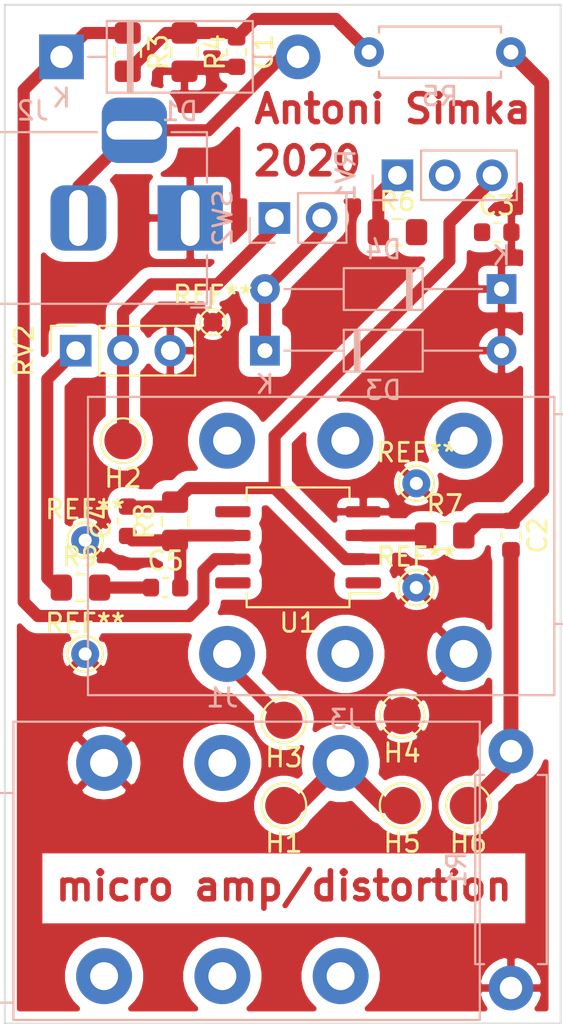
<source format=kicad_pcb>
(kicad_pcb (version 20171130) (host pcbnew 5.1.7)

  (general
    (thickness 1.6)
    (drawings 7)
    (tracks 74)
    (zones 0)
    (modules 34)
    (nets 25)
  )

  (page A4)
  (title_block
    (title "Micro amp + Distortion")
    (date 2020-11-07)
    (rev v2)
    (company HoldIT)
  )

  (layers
    (0 F.Cu signal)
    (31 B.Cu signal hide)
    (32 B.Adhes user hide)
    (33 F.Adhes user hide)
    (34 B.Paste user hide)
    (35 F.Paste user hide)
    (36 B.SilkS user)
    (37 F.SilkS user)
    (38 B.Mask user hide)
    (39 F.Mask user hide)
    (40 Dwgs.User user)
    (41 Cmts.User user hide)
    (42 Eco1.User user hide)
    (43 Eco2.User user hide)
    (44 Edge.Cuts user)
    (45 Margin user hide)
    (46 B.CrtYd user)
    (47 F.CrtYd user)
    (48 B.Fab user hide)
    (49 F.Fab user hide)
  )

  (setup
    (last_trace_width 0.65)
    (trace_clearance 0.3)
    (zone_clearance 0.6)
    (zone_45_only yes)
    (trace_min 0.2)
    (via_size 0.8)
    (via_drill 0.4)
    (via_min_size 0.4)
    (via_min_drill 0.3)
    (uvia_size 0.3)
    (uvia_drill 0.1)
    (uvias_allowed no)
    (uvia_min_size 0.2)
    (uvia_min_drill 0.1)
    (edge_width 0.05)
    (segment_width 0.2)
    (pcb_text_width 0.3)
    (pcb_text_size 1.5 1.5)
    (mod_edge_width 0.12)
    (mod_text_size 1 1)
    (mod_text_width 0.15)
    (pad_size 1.5 1.5)
    (pad_drill 0.7)
    (pad_to_mask_clearance 0)
    (aux_axis_origin 0 0)
    (visible_elements FFFFFF7F)
    (pcbplotparams
      (layerselection 0x010fc_ffffffff)
      (usegerberextensions false)
      (usegerberattributes true)
      (usegerberadvancedattributes true)
      (creategerberjobfile true)
      (excludeedgelayer true)
      (linewidth 0.100000)
      (plotframeref false)
      (viasonmask false)
      (mode 1)
      (useauxorigin false)
      (hpglpennumber 1)
      (hpglpenspeed 20)
      (hpglpendiameter 15.000000)
      (psnegative false)
      (psa4output false)
      (plotreference true)
      (plotvalue true)
      (plotinvisibletext false)
      (padsonsilk false)
      (subtractmaskfromsilk false)
      (outputformat 1)
      (mirror false)
      (drillshape 1)
      (scaleselection 1)
      (outputdirectory ""))
  )

  (net 0 "")
  (net 1 GND)
  (net 2 +5V)
  (net 3 guitar_in)
  (net 4 "Net-(C2-Pad1)")
  (net 5 "Net-(C3-Pad1)")
  (net 6 "Net-(C4-Pad2)")
  (net 7 "Net-(C4-Pad1)")
  (net 8 "Net-(C5-Pad1)")
  (net 9 "Net-(D1-Pad2)")
  (net 10 +9V)
  (net 11 output)
  (net 12 "Net-(R6-Pad1)")
  (net 13 "Net-(R7-Pad1)")
  (net 14 effect_out)
  (net 15 effect_in)
  (net 16 "Net-(D3-Pad1)")
  (net 17 "Net-(R9-Pad1)")
  (net 18 "Net-(J1-PadSN)")
  (net 19 "Net-(J1-PadTN)")
  (net 20 "Net-(J3-PadTN)")
  (net 21 "Net-(J3-PadSN)")
  (net 22 "Net-(U1-Pad1)")
  (net 23 "Net-(U1-Pad5)")
  (net 24 "Net-(U1-Pad8)")

  (net_class Default "This is the default net class."
    (clearance 0.3)
    (trace_width 0.65)
    (via_dia 0.8)
    (via_drill 0.4)
    (uvia_dia 0.3)
    (uvia_drill 0.1)
    (add_net +5V)
    (add_net +9V)
    (add_net GND)
    (add_net "Net-(C2-Pad1)")
    (add_net "Net-(C3-Pad1)")
    (add_net "Net-(C4-Pad1)")
    (add_net "Net-(C4-Pad2)")
    (add_net "Net-(C5-Pad1)")
    (add_net "Net-(D1-Pad2)")
    (add_net "Net-(D3-Pad1)")
    (add_net "Net-(J1-PadSN)")
    (add_net "Net-(J1-PadTN)")
    (add_net "Net-(J3-PadSN)")
    (add_net "Net-(J3-PadTN)")
    (add_net "Net-(R6-Pad1)")
    (add_net "Net-(R7-Pad1)")
    (add_net "Net-(R9-Pad1)")
    (add_net "Net-(U1-Pad1)")
    (add_net "Net-(U1-Pad5)")
    (add_net "Net-(U1-Pad8)")
    (add_net effect_in)
    (add_net effect_out)
    (add_net guitar_in)
    (add_net output)
  )

  (module TestPoint:TestPoint_Pad_D1.0mm (layer F.Cu) (tedit 5FA703BA) (tstamp 5FA72A6E)
    (at 144.018 93.218)
    (descr "SMD pad as test Point, diameter 1.0mm")
    (tags "test point SMD pad")
    (attr virtual)
    (fp_text reference REF** (at 0 -1.448) (layer F.SilkS)
      (effects (font (size 1 1) (thickness 0.15)))
    )
    (fp_text value TestPoint_Pad_D1.0mm (at 0 1.55) (layer F.Fab)
      (effects (font (size 1 1) (thickness 0.15)))
    )
    (fp_circle (center 0 0) (end 0 0.7) (layer F.SilkS) (width 0.12))
    (fp_circle (center 0 0) (end 1 0) (layer F.CrtYd) (width 0.05))
    (fp_text user %R (at 0 -1.45) (layer F.Fab)
      (effects (font (size 1 1) (thickness 0.15)))
    )
    (pad 1 smd circle (at 0 0) (size 1 1) (layers F.Cu F.Mask)
      (net 1 GND))
  )

  (module TestPoint:TestPoint_THTPad_D1.5mm_Drill0.7mm (layer F.Cu) (tedit 5FA704AF) (tstamp 5FA72BBC)
    (at 154.94 101.854)
    (descr "THT pad as test Point, diameter 1.5mm, hole diameter 0.7mm")
    (tags "test point THT pad")
    (attr virtual)
    (fp_text reference REF** (at 0 -1.648) (layer F.SilkS)
      (effects (font (size 1 1) (thickness 0.15)))
    )
    (fp_text value TestPoint_THTPad_D1.5mm_Drill0.7mm (at 0 1.75) (layer F.Fab)
      (effects (font (size 1 1) (thickness 0.15)))
    )
    (fp_circle (center 0 0) (end 0 0.95) (layer F.SilkS) (width 0.12))
    (fp_circle (center 0 0) (end 1.25 0) (layer F.CrtYd) (width 0.05))
    (fp_text user %R (at 0 -1.65) (layer F.Fab)
      (effects (font (size 1 1) (thickness 0.15)))
    )
    (pad 1 thru_hole circle (at 0 0) (size 1.5 1.5) (drill 0.7) (layers *.Cu *.Mask)
      (net 1 GND))
  )

  (module TestPoint:TestPoint_THTPad_D1.5mm_Drill0.7mm (layer F.Cu) (tedit 5FA704C3) (tstamp 5FA72BBC)
    (at 154.94 107.442)
    (descr "THT pad as test Point, diameter 1.5mm, hole diameter 0.7mm")
    (tags "test point THT pad")
    (attr virtual)
    (fp_text reference REF** (at 0 -1.648) (layer F.SilkS)
      (effects (font (size 1 1) (thickness 0.15)))
    )
    (fp_text value TestPoint_THTPad_D1.5mm_Drill0.7mm (at 0 1.75) (layer F.Fab)
      (effects (font (size 1 1) (thickness 0.15)))
    )
    (fp_circle (center 0 0) (end 0 0.95) (layer F.SilkS) (width 0.12))
    (fp_circle (center 0 0) (end 1.25 0) (layer F.CrtYd) (width 0.05))
    (fp_text user %R (at 0 -1.65) (layer F.Fab)
      (effects (font (size 1 1) (thickness 0.15)))
    )
    (pad 1 thru_hole circle (at 0 0) (size 1.5 1.5) (drill 0.7) (layers *.Cu *.Mask)
      (net 1 GND))
  )

  (module TestPoint:TestPoint_THTPad_D1.5mm_Drill0.7mm (layer F.Cu) (tedit 5FA70338) (tstamp 5FA727A8)
    (at 137.16 110.998)
    (descr "THT pad as test Point, diameter 1.5mm, hole diameter 0.7mm")
    (tags "test point THT pad")
    (attr virtual)
    (fp_text reference REF** (at 0 -1.648) (layer F.SilkS)
      (effects (font (size 1 1) (thickness 0.15)))
    )
    (fp_text value TestPoint_THTPad_D1.5mm_Drill0.7mm (at 0 1.75) (layer F.Fab)
      (effects (font (size 1 1) (thickness 0.15)))
    )
    (fp_circle (center 0 0) (end 0 0.95) (layer F.SilkS) (width 0.12))
    (fp_circle (center 0 0) (end 1.25 0) (layer F.CrtYd) (width 0.05))
    (fp_text user %R (at 0 -1.65) (layer F.Fab)
      (effects (font (size 1 1) (thickness 0.15)))
    )
    (pad 1 thru_hole circle (at 0 0) (size 1.5 1.5) (drill 0.7) (layers *.Cu *.Mask)
      (net 1 GND))
  )

  (module TestPoint:TestPoint_THTPad_D1.5mm_Drill0.7mm (layer F.Cu) (tedit 5FA702C8) (tstamp 5FA7277F)
    (at 137.16 104.902)
    (descr "THT pad as test Point, diameter 1.5mm, hole diameter 0.7mm")
    (tags "test point THT pad")
    (attr virtual)
    (fp_text reference REF** (at 0 -1.648) (layer F.SilkS)
      (effects (font (size 1 1) (thickness 0.15)))
    )
    (fp_text value TestPoint_THTPad_D1.5mm_Drill0.7mm (at 0 1.75) (layer F.Fab)
      (effects (font (size 1 1) (thickness 0.15)))
    )
    (fp_circle (center 0 0) (end 0 0.95) (layer F.SilkS) (width 0.12))
    (fp_circle (center 0 0) (end 1.25 0) (layer F.CrtYd) (width 0.05))
    (fp_text user %R (at 0 -1.65) (layer F.Fab)
      (effects (font (size 1 1) (thickness 0.15)))
    )
    (pad 1 thru_hole circle (at 0 0) (size 1.5 1.5) (drill 0.7) (layers *.Cu *.Mask)
      (net 1 GND))
  )

  (module TestPoint:TestPoint_Pad_D2.0mm (layer F.Cu) (tedit 5A0F774F) (tstamp 5F96136A)
    (at 139.192 99.568 180)
    (descr "SMD pad as test Point, diameter 2.0mm")
    (tags "test point SMD pad")
    (path /5F9A7D3D)
    (attr virtual)
    (fp_text reference H2 (at 0 -1.998) (layer F.SilkS)
      (effects (font (size 1 1) (thickness 0.15)))
    )
    (fp_text value e_out (at 0 2.05) (layer F.Fab)
      (effects (font (size 1 1) (thickness 0.15)))
    )
    (fp_circle (center 0 0) (end 1.5 0) (layer F.CrtYd) (width 0.05))
    (fp_circle (center 0 0) (end 0 1.2) (layer F.SilkS) (width 0.12))
    (fp_text user %R (at 0 -2) (layer F.Fab)
      (effects (font (size 1 1) (thickness 0.15)))
    )
    (pad 1 smd circle (at 0 0 180) (size 2 2) (layers F.Cu F.Mask)
      (net 14 effect_out))
  )

  (module Diode_THT:D_DO-35_SOD27_P12.70mm_Horizontal (layer B.Cu) (tedit 5AE50CD5) (tstamp 5F96622E)
    (at 159.512 91.44 180)
    (descr "Diode, DO-35_SOD27 series, Axial, Horizontal, pin pitch=12.7mm, , length*diameter=4*2mm^2, , http://www.diodes.com/_files/packages/DO-35.pdf")
    (tags "Diode DO-35_SOD27 series Axial Horizontal pin pitch 12.7mm  length 4mm diameter 2mm")
    (path /5F94EA26)
    (fp_text reference D4 (at 6.35 2.12) (layer B.SilkS)
      (effects (font (size 1 1) (thickness 0.15)) (justify mirror))
    )
    (fp_text value AAZ15 (at 6.35 -2.12) (layer B.Fab)
      (effects (font (size 1 1) (thickness 0.15)) (justify mirror))
    )
    (fp_line (start 13.75 1.25) (end -1.05 1.25) (layer B.CrtYd) (width 0.05))
    (fp_line (start 13.75 -1.25) (end 13.75 1.25) (layer B.CrtYd) (width 0.05))
    (fp_line (start -1.05 -1.25) (end 13.75 -1.25) (layer B.CrtYd) (width 0.05))
    (fp_line (start -1.05 1.25) (end -1.05 -1.25) (layer B.CrtYd) (width 0.05))
    (fp_line (start 4.83 1.12) (end 4.83 -1.12) (layer B.SilkS) (width 0.12))
    (fp_line (start 5.07 1.12) (end 5.07 -1.12) (layer B.SilkS) (width 0.12))
    (fp_line (start 4.95 1.12) (end 4.95 -1.12) (layer B.SilkS) (width 0.12))
    (fp_line (start 11.66 0) (end 8.47 0) (layer B.SilkS) (width 0.12))
    (fp_line (start 1.04 0) (end 4.23 0) (layer B.SilkS) (width 0.12))
    (fp_line (start 8.47 1.12) (end 4.23 1.12) (layer B.SilkS) (width 0.12))
    (fp_line (start 8.47 -1.12) (end 8.47 1.12) (layer B.SilkS) (width 0.12))
    (fp_line (start 4.23 -1.12) (end 8.47 -1.12) (layer B.SilkS) (width 0.12))
    (fp_line (start 4.23 1.12) (end 4.23 -1.12) (layer B.SilkS) (width 0.12))
    (fp_line (start 4.85 1) (end 4.85 -1) (layer B.Fab) (width 0.1))
    (fp_line (start 5.05 1) (end 5.05 -1) (layer B.Fab) (width 0.1))
    (fp_line (start 4.95 1) (end 4.95 -1) (layer B.Fab) (width 0.1))
    (fp_line (start 12.7 0) (end 8.35 0) (layer B.Fab) (width 0.1))
    (fp_line (start 0 0) (end 4.35 0) (layer B.Fab) (width 0.1))
    (fp_line (start 8.35 1) (end 4.35 1) (layer B.Fab) (width 0.1))
    (fp_line (start 8.35 -1) (end 8.35 1) (layer B.Fab) (width 0.1))
    (fp_line (start 4.35 -1) (end 8.35 -1) (layer B.Fab) (width 0.1))
    (fp_line (start 4.35 1) (end 4.35 -1) (layer B.Fab) (width 0.1))
    (fp_text user K (at 0 1.8) (layer B.SilkS)
      (effects (font (size 1 1) (thickness 0.15)) (justify mirror))
    )
    (fp_text user K (at 0 1.8) (layer B.Fab)
      (effects (font (size 1 1) (thickness 0.15)) (justify mirror))
    )
    (fp_text user %R (at 6.65 0) (layer B.Fab)
      (effects (font (size 0.8 0.8) (thickness 0.12)) (justify mirror))
    )
    (pad 2 thru_hole oval (at 12.7 0 180) (size 1.6 1.6) (drill 0.8) (layers *.Cu *.Mask)
      (net 16 "Net-(D3-Pad1)"))
    (pad 1 thru_hole rect (at 0 0 180) (size 1.6 1.6) (drill 0.8) (layers *.Cu *.Mask)
      (net 1 GND))
    (model ${KISYS3DMOD}/Diode_THT.3dshapes/D_DO-35_SOD27_P12.70mm_Horizontal.wrl
      (at (xyz 0 0 0))
      (scale (xyz 1 1 1))
      (rotate (xyz 0 0 0))
    )
  )

  (module Diode_THT:D_DO-35_SOD27_P12.70mm_Horizontal (layer B.Cu) (tedit 5AE50CD5) (tstamp 5F9661D4)
    (at 146.812 94.742)
    (descr "Diode, DO-35_SOD27 series, Axial, Horizontal, pin pitch=12.7mm, , length*diameter=4*2mm^2, , http://www.diodes.com/_files/packages/DO-35.pdf")
    (tags "Diode DO-35_SOD27 series Axial Horizontal pin pitch 12.7mm  length 4mm diameter 2mm")
    (path /5F9783D6)
    (fp_text reference D3 (at 6.35 2.12) (layer B.SilkS)
      (effects (font (size 1 1) (thickness 0.15)) (justify mirror))
    )
    (fp_text value AAZ15 (at 6.35 -2.12) (layer B.Fab)
      (effects (font (size 1 1) (thickness 0.15)) (justify mirror))
    )
    (fp_line (start 13.75 1.25) (end -1.05 1.25) (layer B.CrtYd) (width 0.05))
    (fp_line (start 13.75 -1.25) (end 13.75 1.25) (layer B.CrtYd) (width 0.05))
    (fp_line (start -1.05 -1.25) (end 13.75 -1.25) (layer B.CrtYd) (width 0.05))
    (fp_line (start -1.05 1.25) (end -1.05 -1.25) (layer B.CrtYd) (width 0.05))
    (fp_line (start 4.83 1.12) (end 4.83 -1.12) (layer B.SilkS) (width 0.12))
    (fp_line (start 5.07 1.12) (end 5.07 -1.12) (layer B.SilkS) (width 0.12))
    (fp_line (start 4.95 1.12) (end 4.95 -1.12) (layer B.SilkS) (width 0.12))
    (fp_line (start 11.66 0) (end 8.47 0) (layer B.SilkS) (width 0.12))
    (fp_line (start 1.04 0) (end 4.23 0) (layer B.SilkS) (width 0.12))
    (fp_line (start 8.47 1.12) (end 4.23 1.12) (layer B.SilkS) (width 0.12))
    (fp_line (start 8.47 -1.12) (end 8.47 1.12) (layer B.SilkS) (width 0.12))
    (fp_line (start 4.23 -1.12) (end 8.47 -1.12) (layer B.SilkS) (width 0.12))
    (fp_line (start 4.23 1.12) (end 4.23 -1.12) (layer B.SilkS) (width 0.12))
    (fp_line (start 4.85 1) (end 4.85 -1) (layer B.Fab) (width 0.1))
    (fp_line (start 5.05 1) (end 5.05 -1) (layer B.Fab) (width 0.1))
    (fp_line (start 4.95 1) (end 4.95 -1) (layer B.Fab) (width 0.1))
    (fp_line (start 12.7 0) (end 8.35 0) (layer B.Fab) (width 0.1))
    (fp_line (start 0 0) (end 4.35 0) (layer B.Fab) (width 0.1))
    (fp_line (start 8.35 1) (end 4.35 1) (layer B.Fab) (width 0.1))
    (fp_line (start 8.35 -1) (end 8.35 1) (layer B.Fab) (width 0.1))
    (fp_line (start 4.35 -1) (end 8.35 -1) (layer B.Fab) (width 0.1))
    (fp_line (start 4.35 1) (end 4.35 -1) (layer B.Fab) (width 0.1))
    (fp_text user K (at 0 1.8) (layer B.SilkS)
      (effects (font (size 1 1) (thickness 0.15)) (justify mirror))
    )
    (fp_text user K (at 0 1.8) (layer B.Fab)
      (effects (font (size 1 1) (thickness 0.15)) (justify mirror))
    )
    (fp_text user %R (at 6.65 0) (layer B.Fab)
      (effects (font (size 0.8 0.8) (thickness 0.12)) (justify mirror))
    )
    (pad 2 thru_hole oval (at 12.7 0) (size 1.6 1.6) (drill 0.8) (layers *.Cu *.Mask)
      (net 1 GND))
    (pad 1 thru_hole rect (at 0 0) (size 1.6 1.6) (drill 0.8) (layers *.Cu *.Mask)
      (net 16 "Net-(D3-Pad1)"))
    (model ${KISYS3DMOD}/Diode_THT.3dshapes/D_DO-35_SOD27_P12.70mm_Horizontal.wrl
      (at (xyz 0 0 0))
      (scale (xyz 1 1 1))
      (rotate (xyz 0 0 0))
    )
  )

  (module Connector_PinSocket_2.54mm:PinSocket_1x02_P2.54mm_Vertical (layer B.Cu) (tedit 5A19A420) (tstamp 5F91FDC5)
    (at 147.32 87.63 270)
    (descr "Through hole straight socket strip, 1x02, 2.54mm pitch, single row (from Kicad 4.0.7), script generated")
    (tags "Through hole socket strip THT 1x02 2.54mm single row")
    (path /5F9A307E)
    (fp_text reference SW2 (at 0 2.77 270) (layer B.SilkS)
      (effects (font (size 1 1) (thickness 0.15)) (justify mirror))
    )
    (fp_text value SW_DIST (at 0 -5.31 270) (layer B.Fab)
      (effects (font (size 1 1) (thickness 0.15)) (justify mirror))
    )
    (fp_line (start -1.8 -4.3) (end -1.8 1.8) (layer B.CrtYd) (width 0.05))
    (fp_line (start 1.75 -4.3) (end -1.8 -4.3) (layer B.CrtYd) (width 0.05))
    (fp_line (start 1.75 1.8) (end 1.75 -4.3) (layer B.CrtYd) (width 0.05))
    (fp_line (start -1.8 1.8) (end 1.75 1.8) (layer B.CrtYd) (width 0.05))
    (fp_line (start 0 1.33) (end 1.33 1.33) (layer B.SilkS) (width 0.12))
    (fp_line (start 1.33 1.33) (end 1.33 0) (layer B.SilkS) (width 0.12))
    (fp_line (start 1.33 -1.27) (end 1.33 -3.87) (layer B.SilkS) (width 0.12))
    (fp_line (start -1.33 -3.87) (end 1.33 -3.87) (layer B.SilkS) (width 0.12))
    (fp_line (start -1.33 -1.27) (end -1.33 -3.87) (layer B.SilkS) (width 0.12))
    (fp_line (start -1.33 -1.27) (end 1.33 -1.27) (layer B.SilkS) (width 0.12))
    (fp_line (start -1.27 -3.81) (end -1.27 1.27) (layer B.Fab) (width 0.1))
    (fp_line (start 1.27 -3.81) (end -1.27 -3.81) (layer B.Fab) (width 0.1))
    (fp_line (start 1.27 0.635) (end 1.27 -3.81) (layer B.Fab) (width 0.1))
    (fp_line (start 0.635 1.27) (end 1.27 0.635) (layer B.Fab) (width 0.1))
    (fp_line (start -1.27 1.27) (end 0.635 1.27) (layer B.Fab) (width 0.1))
    (fp_text user %R (at 0 -1.27) (layer B.Fab)
      (effects (font (size 1 1) (thickness 0.15)) (justify mirror))
    )
    (pad 1 thru_hole rect (at 0 0 270) (size 1.7 1.7) (drill 1) (layers *.Cu *.Mask)
      (net 14 effect_out))
    (pad 2 thru_hole oval (at 0 -2.54 270) (size 1.7 1.7) (drill 1) (layers *.Cu *.Mask)
      (net 16 "Net-(D3-Pad1)"))
    (model ${KISYS3DMOD}/Connector_PinSocket_2.54mm.3dshapes/PinSocket_1x02_P2.54mm_Vertical.wrl
      (at (xyz 0 0 0))
      (scale (xyz 1 1 1))
      (rotate (xyz 0 0 0))
    )
  )

  (module Connector_PinSocket_2.54mm:PinSocket_1x03_P2.54mm_Vertical (layer F.Cu) (tedit 5A19A429) (tstamp 5FA706FD)
    (at 136.652 94.742 90)
    (descr "Through hole straight socket strip, 1x03, 2.54mm pitch, single row (from Kicad 4.0.7), script generated")
    (tags "Through hole socket strip THT 1x03 2.54mm single row")
    (path /5FC7BA0A)
    (fp_text reference RV2 (at 0 -2.77 90) (layer F.SilkS)
      (effects (font (size 1 1) (thickness 0.15)))
    )
    (fp_text value 10K (at 0 7.85 90) (layer F.Fab)
      (effects (font (size 1 1) (thickness 0.15)))
    )
    (fp_line (start -1.8 6.85) (end -1.8 -1.8) (layer F.CrtYd) (width 0.05))
    (fp_line (start 1.75 6.85) (end -1.8 6.85) (layer F.CrtYd) (width 0.05))
    (fp_line (start 1.75 -1.8) (end 1.75 6.85) (layer F.CrtYd) (width 0.05))
    (fp_line (start -1.8 -1.8) (end 1.75 -1.8) (layer F.CrtYd) (width 0.05))
    (fp_line (start 0 -1.33) (end 1.33 -1.33) (layer F.SilkS) (width 0.12))
    (fp_line (start 1.33 -1.33) (end 1.33 0) (layer F.SilkS) (width 0.12))
    (fp_line (start 1.33 1.27) (end 1.33 6.41) (layer F.SilkS) (width 0.12))
    (fp_line (start -1.33 6.41) (end 1.33 6.41) (layer F.SilkS) (width 0.12))
    (fp_line (start -1.33 1.27) (end -1.33 6.41) (layer F.SilkS) (width 0.12))
    (fp_line (start -1.33 1.27) (end 1.33 1.27) (layer F.SilkS) (width 0.12))
    (fp_line (start -1.27 6.35) (end -1.27 -1.27) (layer F.Fab) (width 0.1))
    (fp_line (start 1.27 6.35) (end -1.27 6.35) (layer F.Fab) (width 0.1))
    (fp_line (start 1.27 -0.635) (end 1.27 6.35) (layer F.Fab) (width 0.1))
    (fp_line (start 0.635 -1.27) (end 1.27 -0.635) (layer F.Fab) (width 0.1))
    (fp_line (start -1.27 -1.27) (end 0.635 -1.27) (layer F.Fab) (width 0.1))
    (fp_text user %R (at 0 2.54) (layer F.Fab)
      (effects (font (size 1 1) (thickness 0.15)))
    )
    (pad 3 thru_hole oval (at 0 5.08 90) (size 1.7 1.7) (drill 1) (layers *.Cu *.Mask)
      (net 1 GND))
    (pad 2 thru_hole oval (at 0 2.54 90) (size 1.7 1.7) (drill 1) (layers *.Cu *.Mask)
      (net 14 effect_out))
    (pad 1 thru_hole rect (at 0 0 90) (size 1.7 1.7) (drill 1) (layers *.Cu *.Mask)
      (net 17 "Net-(R9-Pad1)"))
    (model ${KISYS3DMOD}/Connector_PinSocket_2.54mm.3dshapes/PinSocket_1x03_P2.54mm_Vertical.wrl
      (at (xyz 0 0 0))
      (scale (xyz 1 1 1))
      (rotate (xyz 0 0 0))
    )
  )

  (module Connector_Audio:Jack_6.35mm_Neutrik_NRJ6HM-1-AU_Horizontal (layer B.Cu) (tedit 5C586356) (tstamp 5F9D91F4)
    (at 144.78 110.998)
    (descr "Slim Jacks, 6.35mm (1/4in) stereo jack, metal nose, gold plated contacts, efficient chassis ground connection, T+R+S normalling contact, https://www.neutrik.com/en/product/nrj6hm-1-au")
    (tags "neutrik jack slim")
    (path /5F861A5D)
    (fp_text reference J3 (at 6.35 3.5) (layer B.SilkS)
      (effects (font (size 1 1) (thickness 0.15)) (justify mirror))
    )
    (fp_text value OUT (at 6.35 -15) (layer B.Fab)
      (effects (font (size 1 1) (thickness 0.15)) (justify mirror))
    )
    (fp_line (start 25.65 -1.73) (end 17.45 -1.73) (layer B.Fab) (width 0.1))
    (fp_line (start 25.65 -12.73) (end 25.65 -1.73) (layer B.Fab) (width 0.1))
    (fp_line (start 17.45 -12.73) (end 25.65 -12.73) (layer B.Fab) (width 0.1))
    (fp_line (start -7.35 2.09) (end 17.45 2.09) (layer B.Fab) (width 0.1))
    (fp_line (start -7.35 -13.66) (end -7.35 2.09) (layer B.Fab) (width 0.1))
    (fp_line (start 17.45 -13.66) (end -7.35 -13.66) (layer B.Fab) (width 0.1))
    (fp_line (start 17.45 2.09) (end 17.45 -13.66) (layer B.Fab) (width 0.1))
    (fp_line (start -7.85 -14.16) (end 26.15 -14.16) (layer B.CrtYd) (width 0.05))
    (fp_line (start 26.15 -14.16) (end 26.15 2.59) (layer B.CrtYd) (width 0.05))
    (fp_line (start 26.15 2.59) (end -7.85 2.59) (layer B.CrtYd) (width 0.05))
    (fp_line (start -7.85 -14.16) (end -7.85 2.59) (layer B.CrtYd) (width 0.05))
    (fp_line (start 17.45 2.09) (end 17.45 -13.66) (layer Dwgs.User) (width 0.1))
    (fp_line (start -7.47 -13.78) (end 17.57 -13.78) (layer B.SilkS) (width 0.12))
    (fp_line (start -7.47 -13.78) (end -7.47 2.21) (layer B.SilkS) (width 0.12))
    (fp_line (start 25.77 -12.85) (end 17.57 -12.85) (layer B.SilkS) (width 0.12))
    (fp_line (start 25.77 -12.85) (end 25.77 -1.61) (layer B.SilkS) (width 0.12))
    (fp_line (start 25.77 -1.61) (end 17.57 -1.61) (layer B.SilkS) (width 0.12))
    (fp_line (start 17.57 2.21) (end 17.57 -13.78) (layer B.SilkS) (width 0.12))
    (fp_line (start -7.47 2.21) (end 17.57 2.21) (layer B.SilkS) (width 0.12))
    (fp_text user %R (at 6.35 -5.715) (layer B.Fab)
      (effects (font (size 1 1) (thickness 0.15)) (justify mirror))
    )
    (pad RN thru_hole circle (at 6.35 -11.43) (size 3 3) (drill 1.5) (layers *.Cu *.Mask))
    (pad R thru_hole circle (at 6.35 0) (size 3 3) (drill 1.5) (layers *.Cu *.Mask))
    (pad TN thru_hole circle (at 0 -11.43) (size 3 3) (drill 1.5) (layers *.Cu *.Mask)
      (net 20 "Net-(J3-PadTN)"))
    (pad SN thru_hole circle (at 12.7 -11.43) (size 3 3) (drill 1.5) (layers *.Cu *.Mask)
      (net 21 "Net-(J3-PadSN)"))
    (pad S thru_hole circle (at 12.7 0) (size 3 3) (drill 1.5) (layers *.Cu *.Mask)
      (net 1 GND))
    (pad T thru_hole circle (at 0 0) (size 3 3) (drill 1.5) (layers *.Cu *.Mask)
      (net 11 output))
    (model ${KISYS3DMOD}/Connector_Audio.3dshapes/Jack_6.35mm_Neutrik_NRJ6HM-1-AU_Horizontal.wrl
      (at (xyz 0 0 0))
      (scale (xyz 1 1 1))
      (rotate (xyz 0 0 0))
    )
  )

  (module TestPoint:TestPoint_Pad_D2.0mm (layer F.Cu) (tedit 5A0F774F) (tstamp 5F96138A)
    (at 157.734 119.126 180)
    (descr "SMD pad as test Point, diameter 2.0mm")
    (tags "test point SMD pad")
    (path /5F98DDF9)
    (attr virtual)
    (fp_text reference H6 (at 0 -1.998) (layer F.SilkS)
      (effects (font (size 1 1) (thickness 0.15)))
    )
    (fp_text value e_in (at 0 2.05) (layer F.Fab)
      (effects (font (size 1 1) (thickness 0.15)))
    )
    (fp_circle (center 0 0) (end 1.5 0) (layer F.CrtYd) (width 0.05))
    (fp_circle (center 0 0) (end 0 1.2) (layer F.SilkS) (width 0.12))
    (fp_text user %R (at 0 -2) (layer F.Fab)
      (effects (font (size 1 1) (thickness 0.15)))
    )
    (pad 1 smd circle (at 0 0 180) (size 2 2) (layers F.Cu F.Mask)
      (net 15 effect_in))
  )

  (module TestPoint:TestPoint_Pad_D2.0mm (layer F.Cu) (tedit 5A0F774F) (tstamp 5F961382)
    (at 154.178 119.126 180)
    (descr "SMD pad as test Point, diameter 2.0mm")
    (tags "test point SMD pad")
    (path /5F99A9CD)
    (attr virtual)
    (fp_text reference H5 (at 0 -1.998) (layer F.SilkS)
      (effects (font (size 1 1) (thickness 0.15)))
    )
    (fp_text value g_in (at 0 2.05) (layer F.Fab)
      (effects (font (size 1 1) (thickness 0.15)))
    )
    (fp_circle (center 0 0) (end 1.5 0) (layer F.CrtYd) (width 0.05))
    (fp_circle (center 0 0) (end 0 1.2) (layer F.SilkS) (width 0.12))
    (fp_text user %R (at 0 -2) (layer F.Fab)
      (effects (font (size 1 1) (thickness 0.15)))
    )
    (pad 1 smd circle (at 0 0 180) (size 2 2) (layers F.Cu F.Mask)
      (net 3 guitar_in))
  )

  (module TestPoint:TestPoint_Pad_D2.0mm (layer F.Cu) (tedit 5A0F774F) (tstamp 5F96137A)
    (at 154.178 114.3 180)
    (descr "SMD pad as test Point, diameter 2.0mm")
    (tags "test point SMD pad")
    (path /5F9A70FA)
    (attr virtual)
    (fp_text reference H4 (at 0 -1.998) (layer F.SilkS)
      (effects (font (size 1 1) (thickness 0.15)))
    )
    (fp_text value gnd (at 0 2.05) (layer F.Fab)
      (effects (font (size 1 1) (thickness 0.15)))
    )
    (fp_circle (center 0 0) (end 1.5 0) (layer F.CrtYd) (width 0.05))
    (fp_circle (center 0 0) (end 0 1.2) (layer F.SilkS) (width 0.12))
    (fp_text user %R (at 0 -2) (layer F.Fab)
      (effects (font (size 1 1) (thickness 0.15)))
    )
    (pad 1 smd circle (at 0 0 180) (size 2 2) (layers F.Cu F.Mask)
      (net 1 GND))
  )

  (module TestPoint:TestPoint_Pad_D2.0mm (layer F.Cu) (tedit 5A0F774F) (tstamp 5F961372)
    (at 147.828 114.554 180)
    (descr "SMD pad as test Point, diameter 2.0mm")
    (tags "test point SMD pad")
    (path /5F9A7696)
    (attr virtual)
    (fp_text reference H3 (at 0 -1.998) (layer F.SilkS)
      (effects (font (size 1 1) (thickness 0.15)))
    )
    (fp_text value out (at 0 2.05) (layer F.Fab)
      (effects (font (size 1 1) (thickness 0.15)))
    )
    (fp_circle (center 0 0) (end 1.5 0) (layer F.CrtYd) (width 0.05))
    (fp_circle (center 0 0) (end 0 1.2) (layer F.SilkS) (width 0.12))
    (fp_text user %R (at 0 -2) (layer F.Fab)
      (effects (font (size 1 1) (thickness 0.15)))
    )
    (pad 1 smd circle (at 0 0 180) (size 2 2) (layers F.Cu F.Mask)
      (net 11 output))
  )

  (module TestPoint:TestPoint_Pad_D2.0mm (layer F.Cu) (tedit 5A0F774F) (tstamp 5F961362)
    (at 147.828 119.126 180)
    (descr "SMD pad as test Point, diameter 2.0mm")
    (tags "test point SMD pad")
    (path /5F9A827F)
    (attr virtual)
    (fp_text reference H1 (at 0 -1.998) (layer F.SilkS)
      (effects (font (size 1 1) (thickness 0.15)))
    )
    (fp_text value g_in (at 0 2.05) (layer F.Fab)
      (effects (font (size 1 1) (thickness 0.15)))
    )
    (fp_circle (center 0 0) (end 1.5 0) (layer F.CrtYd) (width 0.05))
    (fp_circle (center 0 0) (end 0 1.2) (layer F.SilkS) (width 0.12))
    (fp_text user %R (at 0 -2) (layer F.Fab)
      (effects (font (size 1 1) (thickness 0.15)))
    )
    (pad 1 smd circle (at 0 0 180) (size 2 2) (layers F.Cu F.Mask)
      (net 3 guitar_in))
  )

  (module Resistor_THT:R_Axial_DIN0411_L9.9mm_D3.6mm_P12.70mm_Horizontal (layer B.Cu) (tedit 5AE5139B) (tstamp 5F923FBA)
    (at 160.02 116.205 270)
    (descr "Resistor, Axial_DIN0411 series, Axial, Horizontal, pin pitch=12.7mm, 1W, length*diameter=9.9*3.6mm^2")
    (tags "Resistor Axial_DIN0411 series Axial Horizontal pin pitch 12.7mm 1W length 9.9mm diameter 3.6mm")
    (path /5F8891DA)
    (fp_text reference R1 (at 6.35 2.92 270) (layer B.SilkS)
      (effects (font (size 1 1) (thickness 0.15)) (justify mirror))
    )
    (fp_text value 22M (at 6.35 -2.92 270) (layer B.Fab)
      (effects (font (size 1 1) (thickness 0.15)) (justify mirror))
    )
    (fp_line (start 14.15 2.05) (end -1.45 2.05) (layer B.CrtYd) (width 0.05))
    (fp_line (start 14.15 -2.05) (end 14.15 2.05) (layer B.CrtYd) (width 0.05))
    (fp_line (start -1.45 -2.05) (end 14.15 -2.05) (layer B.CrtYd) (width 0.05))
    (fp_line (start -1.45 2.05) (end -1.45 -2.05) (layer B.CrtYd) (width 0.05))
    (fp_line (start 11.42 -1.92) (end 11.42 -1.44) (layer B.SilkS) (width 0.12))
    (fp_line (start 1.28 -1.92) (end 11.42 -1.92) (layer B.SilkS) (width 0.12))
    (fp_line (start 1.28 -1.44) (end 1.28 -1.92) (layer B.SilkS) (width 0.12))
    (fp_line (start 11.42 1.92) (end 11.42 1.44) (layer B.SilkS) (width 0.12))
    (fp_line (start 1.28 1.92) (end 11.42 1.92) (layer B.SilkS) (width 0.12))
    (fp_line (start 1.28 1.44) (end 1.28 1.92) (layer B.SilkS) (width 0.12))
    (fp_line (start 12.7 0) (end 11.3 0) (layer B.Fab) (width 0.1))
    (fp_line (start 0 0) (end 1.4 0) (layer B.Fab) (width 0.1))
    (fp_line (start 11.3 1.8) (end 1.4 1.8) (layer B.Fab) (width 0.1))
    (fp_line (start 11.3 -1.8) (end 11.3 1.8) (layer B.Fab) (width 0.1))
    (fp_line (start 1.4 -1.8) (end 11.3 -1.8) (layer B.Fab) (width 0.1))
    (fp_line (start 1.4 1.8) (end 1.4 -1.8) (layer B.Fab) (width 0.1))
    (fp_text user %R (at 6.35 0 270) (layer B.Fab)
      (effects (font (size 1 1) (thickness 0.15)) (justify mirror))
    )
    (pad 1 thru_hole circle (at 0 0 270) (size 2.4 2.4) (drill 1.2) (layers *.Cu *.Mask)
      (net 15 effect_in))
    (pad 2 thru_hole oval (at 12.7 0 270) (size 2.4 2.4) (drill 1.2) (layers *.Cu *.Mask)
      (net 1 GND))
    (model ${KISYS3DMOD}/Resistor_THT.3dshapes/R_Axial_DIN0411_L9.9mm_D3.6mm_P12.70mm_Horizontal.wrl
      (at (xyz 0 0 0))
      (scale (xyz 1 1 1))
      (rotate (xyz 0 0 0))
    )
  )

  (module Package_SO:SO-8_5.3x6.2mm_P1.27mm (layer F.Cu) (tedit 5EA5315B) (tstamp 5F9672BB)
    (at 148.59 105.283 180)
    (descr "SO, 8 Pin (https://www.ti.com/lit/ml/msop001a/msop001a.pdf), generated with kicad-footprint-generator ipc_gullwing_generator.py")
    (tags "SO SO")
    (path /5F8987F9)
    (attr smd)
    (fp_text reference U1 (at 0 -4.05) (layer F.SilkS)
      (effects (font (size 1 1) (thickness 0.15)))
    )
    (fp_text value TL071 (at 0 4.05) (layer F.Fab)
      (effects (font (size 1 1) (thickness 0.15)))
    )
    (fp_line (start 4.7 -3.35) (end -4.7 -3.35) (layer F.CrtYd) (width 0.05))
    (fp_line (start 4.7 3.35) (end 4.7 -3.35) (layer F.CrtYd) (width 0.05))
    (fp_line (start -4.7 3.35) (end 4.7 3.35) (layer F.CrtYd) (width 0.05))
    (fp_line (start -4.7 -3.35) (end -4.7 3.35) (layer F.CrtYd) (width 0.05))
    (fp_line (start -2.65 -2.1) (end -1.65 -3.1) (layer F.Fab) (width 0.1))
    (fp_line (start -2.65 3.1) (end -2.65 -2.1) (layer F.Fab) (width 0.1))
    (fp_line (start 2.65 3.1) (end -2.65 3.1) (layer F.Fab) (width 0.1))
    (fp_line (start 2.65 -3.1) (end 2.65 3.1) (layer F.Fab) (width 0.1))
    (fp_line (start -1.65 -3.1) (end 2.65 -3.1) (layer F.Fab) (width 0.1))
    (fp_line (start -2.76 -2.465) (end -4.45 -2.465) (layer F.SilkS) (width 0.12))
    (fp_line (start -2.76 -3.21) (end -2.76 -2.465) (layer F.SilkS) (width 0.12))
    (fp_line (start 0 -3.21) (end -2.76 -3.21) (layer F.SilkS) (width 0.12))
    (fp_line (start 2.76 -3.21) (end 2.76 -2.465) (layer F.SilkS) (width 0.12))
    (fp_line (start 0 -3.21) (end 2.76 -3.21) (layer F.SilkS) (width 0.12))
    (fp_line (start -2.76 3.21) (end -2.76 2.465) (layer F.SilkS) (width 0.12))
    (fp_line (start 0 3.21) (end -2.76 3.21) (layer F.SilkS) (width 0.12))
    (fp_line (start 2.76 3.21) (end 2.76 2.465) (layer F.SilkS) (width 0.12))
    (fp_line (start 0 3.21) (end 2.76 3.21) (layer F.SilkS) (width 0.12))
    (fp_text user %R (at 0 0) (layer F.Fab)
      (effects (font (size 1 1) (thickness 0.15)))
    )
    (pad 1 smd roundrect (at -3.5 -1.905 180) (size 1.9 0.6) (layers F.Cu F.Paste F.Mask) (roundrect_rratio 0.25)
      (net 22 "Net-(U1-Pad1)"))
    (pad 2 smd roundrect (at -3.5 -0.635 180) (size 1.9 0.6) (layers F.Cu F.Paste F.Mask) (roundrect_rratio 0.25)
      (net 6 "Net-(C4-Pad2)"))
    (pad 3 smd roundrect (at -3.5 0.635 180) (size 1.9 0.6) (layers F.Cu F.Paste F.Mask) (roundrect_rratio 0.25)
      (net 13 "Net-(R7-Pad1)"))
    (pad 4 smd roundrect (at -3.5 1.905 180) (size 1.9 0.6) (layers F.Cu F.Paste F.Mask) (roundrect_rratio 0.25)
      (net 1 GND))
    (pad 5 smd roundrect (at 3.5 1.905 180) (size 1.9 0.6) (layers F.Cu F.Paste F.Mask) (roundrect_rratio 0.25)
      (net 23 "Net-(U1-Pad5)"))
    (pad 6 smd roundrect (at 3.5 0.635 180) (size 1.9 0.6) (layers F.Cu F.Paste F.Mask) (roundrect_rratio 0.25)
      (net 7 "Net-(C4-Pad1)"))
    (pad 7 smd roundrect (at 3.5 -0.635 180) (size 1.9 0.6) (layers F.Cu F.Paste F.Mask) (roundrect_rratio 0.25)
      (net 10 +9V))
    (pad 8 smd roundrect (at 3.5 -1.905 180) (size 1.9 0.6) (layers F.Cu F.Paste F.Mask) (roundrect_rratio 0.25)
      (net 24 "Net-(U1-Pad8)"))
    (model ${KISYS3DMOD}/Package_SO.3dshapes/SO-8_5.3x6.2mm_P1.27mm.wrl
      (at (xyz 0 0 0))
      (scale (xyz 1 1 1))
      (rotate (xyz 0 0 0))
    )
  )

  (module Connector_PinSocket_2.54mm:PinSocket_1x03_P2.54mm_Vertical (layer B.Cu) (tedit 5A19A429) (tstamp 5F9662B0)
    (at 153.924 85.344 270)
    (descr "Through hole straight socket strip, 1x03, 2.54mm pitch, single row (from Kicad 4.0.7), script generated")
    (tags "Through hole socket strip THT 1x03 2.54mm single row")
    (path /5F8EDEEC)
    (fp_text reference RV1 (at 0 2.77 270) (layer B.SilkS)
      (effects (font (size 1 1) (thickness 0.15)) (justify mirror))
    )
    (fp_text value 500K (at 0 -7.85 270) (layer B.Fab)
      (effects (font (size 1 1) (thickness 0.15)) (justify mirror))
    )
    (fp_line (start -1.8 -6.85) (end -1.8 1.8) (layer B.CrtYd) (width 0.05))
    (fp_line (start 1.75 -6.85) (end -1.8 -6.85) (layer B.CrtYd) (width 0.05))
    (fp_line (start 1.75 1.8) (end 1.75 -6.85) (layer B.CrtYd) (width 0.05))
    (fp_line (start -1.8 1.8) (end 1.75 1.8) (layer B.CrtYd) (width 0.05))
    (fp_line (start 0 1.33) (end 1.33 1.33) (layer B.SilkS) (width 0.12))
    (fp_line (start 1.33 1.33) (end 1.33 0) (layer B.SilkS) (width 0.12))
    (fp_line (start 1.33 -1.27) (end 1.33 -6.41) (layer B.SilkS) (width 0.12))
    (fp_line (start -1.33 -6.41) (end 1.33 -6.41) (layer B.SilkS) (width 0.12))
    (fp_line (start -1.33 -1.27) (end -1.33 -6.41) (layer B.SilkS) (width 0.12))
    (fp_line (start -1.33 -1.27) (end 1.33 -1.27) (layer B.SilkS) (width 0.12))
    (fp_line (start -1.27 -6.35) (end -1.27 1.27) (layer B.Fab) (width 0.1))
    (fp_line (start 1.27 -6.35) (end -1.27 -6.35) (layer B.Fab) (width 0.1))
    (fp_line (start 1.27 0.635) (end 1.27 -6.35) (layer B.Fab) (width 0.1))
    (fp_line (start 0.635 1.27) (end 1.27 0.635) (layer B.Fab) (width 0.1))
    (fp_line (start -1.27 1.27) (end 0.635 1.27) (layer B.Fab) (width 0.1))
    (fp_text user %R (at 0 -2.54) (layer B.Fab)
      (effects (font (size 1 1) (thickness 0.15)) (justify mirror))
    )
    (pad 1 thru_hole rect (at 0 0 270) (size 1.7 1.7) (drill 1) (layers *.Cu *.Mask)
      (net 12 "Net-(R6-Pad1)"))
    (pad 2 thru_hole oval (at 0 -2.54 270) (size 1.7 1.7) (drill 1) (layers *.Cu *.Mask)
      (net 12 "Net-(R6-Pad1)"))
    (pad 3 thru_hole oval (at 0 -5.08 270) (size 1.7 1.7) (drill 1) (layers *.Cu *.Mask)
      (net 6 "Net-(C4-Pad2)"))
    (model ${KISYS3DMOD}/Connector_PinSocket_2.54mm.3dshapes/PinSocket_1x03_P2.54mm_Vertical.wrl
      (at (xyz 0 0 0))
      (scale (xyz 1 1 1))
      (rotate (xyz 0 0 0))
    )
  )

  (module Resistor_SMD:R_0805_2012Metric_Pad1.15x1.40mm_HandSolder (layer F.Cu) (tedit 5B36C52B) (tstamp 5F91ECFD)
    (at 136.906 107.442)
    (descr "Resistor SMD 0805 (2012 Metric), square (rectangular) end terminal, IPC_7351 nominal with elongated pad for handsoldering. (Body size source: https://docs.google.com/spreadsheets/d/1BsfQQcO9C6DZCsRaXUlFlo91Tg2WpOkGARC1WS5S8t0/edit?usp=sharing), generated with kicad-footprint-generator")
    (tags "resistor handsolder")
    (path /5F8AB1BD)
    (attr smd)
    (fp_text reference R9 (at 0 -1.65) (layer F.SilkS)
      (effects (font (size 1 1) (thickness 0.15)))
    )
    (fp_text value 470 (at 0 1.65) (layer F.Fab)
      (effects (font (size 1 1) (thickness 0.15)))
    )
    (fp_line (start 1.85 0.95) (end -1.85 0.95) (layer F.CrtYd) (width 0.05))
    (fp_line (start 1.85 -0.95) (end 1.85 0.95) (layer F.CrtYd) (width 0.05))
    (fp_line (start -1.85 -0.95) (end 1.85 -0.95) (layer F.CrtYd) (width 0.05))
    (fp_line (start -1.85 0.95) (end -1.85 -0.95) (layer F.CrtYd) (width 0.05))
    (fp_line (start -0.261252 0.71) (end 0.261252 0.71) (layer F.SilkS) (width 0.12))
    (fp_line (start -0.261252 -0.71) (end 0.261252 -0.71) (layer F.SilkS) (width 0.12))
    (fp_line (start 1 0.6) (end -1 0.6) (layer F.Fab) (width 0.1))
    (fp_line (start 1 -0.6) (end 1 0.6) (layer F.Fab) (width 0.1))
    (fp_line (start -1 -0.6) (end 1 -0.6) (layer F.Fab) (width 0.1))
    (fp_line (start -1 0.6) (end -1 -0.6) (layer F.Fab) (width 0.1))
    (fp_text user %R (at 0 0) (layer F.Fab)
      (effects (font (size 0.5 0.5) (thickness 0.08)))
    )
    (pad 1 smd roundrect (at -1.025 0) (size 1.15 1.4) (layers F.Cu F.Paste F.Mask) (roundrect_rratio 0.217391)
      (net 17 "Net-(R9-Pad1)"))
    (pad 2 smd roundrect (at 1.025 0) (size 1.15 1.4) (layers F.Cu F.Paste F.Mask) (roundrect_rratio 0.217391)
      (net 8 "Net-(C5-Pad1)"))
    (model ${KISYS3DMOD}/Resistor_SMD.3dshapes/R_0805_2012Metric.wrl
      (at (xyz 0 0 0))
      (scale (xyz 1 1 1))
      (rotate (xyz 0 0 0))
    )
  )

  (module Resistor_SMD:R_0805_2012Metric_Pad1.15x1.40mm_HandSolder (layer F.Cu) (tedit 5B36C52B) (tstamp 5F9653FA)
    (at 141.986 103.886 90)
    (descr "Resistor SMD 0805 (2012 Metric), square (rectangular) end terminal, IPC_7351 nominal with elongated pad for handsoldering. (Body size source: https://docs.google.com/spreadsheets/d/1BsfQQcO9C6DZCsRaXUlFlo91Tg2WpOkGARC1WS5S8t0/edit?usp=sharing), generated with kicad-footprint-generator")
    (tags "resistor handsolder")
    (path /5F8D5344)
    (attr smd)
    (fp_text reference R8 (at 0 -1.65 270) (layer F.SilkS)
      (effects (font (size 1 1) (thickness 0.15)))
    )
    (fp_text value 150K (at 0 1.65 270) (layer F.Fab)
      (effects (font (size 1 1) (thickness 0.15)))
    )
    (fp_line (start -1 0.6) (end -1 -0.6) (layer F.Fab) (width 0.1))
    (fp_line (start -1 -0.6) (end 1 -0.6) (layer F.Fab) (width 0.1))
    (fp_line (start 1 -0.6) (end 1 0.6) (layer F.Fab) (width 0.1))
    (fp_line (start 1 0.6) (end -1 0.6) (layer F.Fab) (width 0.1))
    (fp_line (start -0.261252 -0.71) (end 0.261252 -0.71) (layer F.SilkS) (width 0.12))
    (fp_line (start -0.261252 0.71) (end 0.261252 0.71) (layer F.SilkS) (width 0.12))
    (fp_line (start -1.85 0.95) (end -1.85 -0.95) (layer F.CrtYd) (width 0.05))
    (fp_line (start -1.85 -0.95) (end 1.85 -0.95) (layer F.CrtYd) (width 0.05))
    (fp_line (start 1.85 -0.95) (end 1.85 0.95) (layer F.CrtYd) (width 0.05))
    (fp_line (start 1.85 0.95) (end -1.85 0.95) (layer F.CrtYd) (width 0.05))
    (fp_text user %R (at 0 0 270) (layer F.Fab)
      (effects (font (size 0.5 0.5) (thickness 0.08)))
    )
    (pad 2 smd roundrect (at 1.025 0 90) (size 1.15 1.4) (layers F.Cu F.Paste F.Mask) (roundrect_rratio 0.217391)
      (net 6 "Net-(C4-Pad2)"))
    (pad 1 smd roundrect (at -1.025 0 90) (size 1.15 1.4) (layers F.Cu F.Paste F.Mask) (roundrect_rratio 0.217391)
      (net 7 "Net-(C4-Pad1)"))
    (model ${KISYS3DMOD}/Resistor_SMD.3dshapes/R_0805_2012Metric.wrl
      (at (xyz 0 0 0))
      (scale (xyz 1 1 1))
      (rotate (xyz 0 0 0))
    )
  )

  (module Resistor_SMD:R_0805_2012Metric_Pad1.15x1.40mm_HandSolder (layer F.Cu) (tedit 5B36C52B) (tstamp 5F96518C)
    (at 156.464 104.648)
    (descr "Resistor SMD 0805 (2012 Metric), square (rectangular) end terminal, IPC_7351 nominal with elongated pad for handsoldering. (Body size source: https://docs.google.com/spreadsheets/d/1BsfQQcO9C6DZCsRaXUlFlo91Tg2WpOkGARC1WS5S8t0/edit?usp=sharing), generated with kicad-footprint-generator")
    (tags "resistor handsolder")
    (path /5F89645D)
    (attr smd)
    (fp_text reference R7 (at 0 -1.65) (layer F.SilkS)
      (effects (font (size 1 1) (thickness 0.15)))
    )
    (fp_text value 1K (at 0 1.65) (layer F.Fab)
      (effects (font (size 1 1) (thickness 0.15)))
    )
    (fp_line (start 1.85 0.95) (end -1.85 0.95) (layer F.CrtYd) (width 0.05))
    (fp_line (start 1.85 -0.95) (end 1.85 0.95) (layer F.CrtYd) (width 0.05))
    (fp_line (start -1.85 -0.95) (end 1.85 -0.95) (layer F.CrtYd) (width 0.05))
    (fp_line (start -1.85 0.95) (end -1.85 -0.95) (layer F.CrtYd) (width 0.05))
    (fp_line (start -0.261252 0.71) (end 0.261252 0.71) (layer F.SilkS) (width 0.12))
    (fp_line (start -0.261252 -0.71) (end 0.261252 -0.71) (layer F.SilkS) (width 0.12))
    (fp_line (start 1 0.6) (end -1 0.6) (layer F.Fab) (width 0.1))
    (fp_line (start 1 -0.6) (end 1 0.6) (layer F.Fab) (width 0.1))
    (fp_line (start -1 -0.6) (end 1 -0.6) (layer F.Fab) (width 0.1))
    (fp_line (start -1 0.6) (end -1 -0.6) (layer F.Fab) (width 0.1))
    (fp_text user %R (at 0 0) (layer F.Fab)
      (effects (font (size 0.5 0.5) (thickness 0.08)))
    )
    (pad 1 smd roundrect (at -1.025 0) (size 1.15 1.4) (layers F.Cu F.Paste F.Mask) (roundrect_rratio 0.217391)
      (net 13 "Net-(R7-Pad1)"))
    (pad 2 smd roundrect (at 1.025 0) (size 1.15 1.4) (layers F.Cu F.Paste F.Mask) (roundrect_rratio 0.217391)
      (net 4 "Net-(C2-Pad1)"))
    (model ${KISYS3DMOD}/Resistor_SMD.3dshapes/R_0805_2012Metric.wrl
      (at (xyz 0 0 0))
      (scale (xyz 1 1 1))
      (rotate (xyz 0 0 0))
    )
  )

  (module Resistor_SMD:R_0805_2012Metric_Pad1.15x1.40mm_HandSolder (layer F.Cu) (tedit 5B36C52B) (tstamp 5F96627A)
    (at 153.924 88.392)
    (descr "Resistor SMD 0805 (2012 Metric), square (rectangular) end terminal, IPC_7351 nominal with elongated pad for handsoldering. (Body size source: https://docs.google.com/spreadsheets/d/1BsfQQcO9C6DZCsRaXUlFlo91Tg2WpOkGARC1WS5S8t0/edit?usp=sharing), generated with kicad-footprint-generator")
    (tags "resistor handsolder")
    (path /5F8E34A0)
    (attr smd)
    (fp_text reference R6 (at 0 -1.65) (layer F.SilkS)
      (effects (font (size 1 1) (thickness 0.15)))
    )
    (fp_text value 2.7K (at 0 1.65) (layer F.Fab)
      (effects (font (size 1 1) (thickness 0.15)))
    )
    (fp_line (start 1.85 0.95) (end -1.85 0.95) (layer F.CrtYd) (width 0.05))
    (fp_line (start 1.85 -0.95) (end 1.85 0.95) (layer F.CrtYd) (width 0.05))
    (fp_line (start -1.85 -0.95) (end 1.85 -0.95) (layer F.CrtYd) (width 0.05))
    (fp_line (start -1.85 0.95) (end -1.85 -0.95) (layer F.CrtYd) (width 0.05))
    (fp_line (start -0.261252 0.71) (end 0.261252 0.71) (layer F.SilkS) (width 0.12))
    (fp_line (start -0.261252 -0.71) (end 0.261252 -0.71) (layer F.SilkS) (width 0.12))
    (fp_line (start 1 0.6) (end -1 0.6) (layer F.Fab) (width 0.1))
    (fp_line (start 1 -0.6) (end 1 0.6) (layer F.Fab) (width 0.1))
    (fp_line (start -1 -0.6) (end 1 -0.6) (layer F.Fab) (width 0.1))
    (fp_line (start -1 0.6) (end -1 -0.6) (layer F.Fab) (width 0.1))
    (fp_text user %R (at 0 0) (layer F.Fab)
      (effects (font (size 0.5 0.5) (thickness 0.08)))
    )
    (pad 1 smd roundrect (at -1.025 0) (size 1.15 1.4) (layers F.Cu F.Paste F.Mask) (roundrect_rratio 0.217391)
      (net 12 "Net-(R6-Pad1)"))
    (pad 2 smd roundrect (at 1.025 0) (size 1.15 1.4) (layers F.Cu F.Paste F.Mask) (roundrect_rratio 0.217391)
      (net 5 "Net-(C3-Pad1)"))
    (model ${KISYS3DMOD}/Resistor_SMD.3dshapes/R_0805_2012Metric.wrl
      (at (xyz 0 0 0))
      (scale (xyz 1 1 1))
      (rotate (xyz 0 0 0))
    )
  )

  (module Resistor_THT:R_Axial_DIN0207_L6.3mm_D2.5mm_P7.62mm_Horizontal (layer B.Cu) (tedit 5AE5139B) (tstamp 5F9686C1)
    (at 152.4 78.74)
    (descr "Resistor, Axial_DIN0207 series, Axial, Horizontal, pin pitch=7.62mm, 0.25W = 1/4W, length*diameter=6.3*2.5mm^2, http://cdn-reichelt.de/documents/datenblatt/B400/1_4W%23YAG.pdf")
    (tags "Resistor Axial_DIN0207 series Axial Horizontal pin pitch 7.62mm 0.25W = 1/4W length 6.3mm diameter 2.5mm")
    (path /5F894537)
    (fp_text reference R5 (at 3.81 2.37) (layer B.SilkS)
      (effects (font (size 1 1) (thickness 0.15)) (justify mirror))
    )
    (fp_text value 10M (at 3.81 -2.37) (layer B.Fab)
      (effects (font (size 1 1) (thickness 0.15)) (justify mirror))
    )
    (fp_line (start 8.67 1.5) (end -1.05 1.5) (layer B.CrtYd) (width 0.05))
    (fp_line (start 8.67 -1.5) (end 8.67 1.5) (layer B.CrtYd) (width 0.05))
    (fp_line (start -1.05 -1.5) (end 8.67 -1.5) (layer B.CrtYd) (width 0.05))
    (fp_line (start -1.05 1.5) (end -1.05 -1.5) (layer B.CrtYd) (width 0.05))
    (fp_line (start 7.08 -1.37) (end 7.08 -1.04) (layer B.SilkS) (width 0.12))
    (fp_line (start 0.54 -1.37) (end 7.08 -1.37) (layer B.SilkS) (width 0.12))
    (fp_line (start 0.54 -1.04) (end 0.54 -1.37) (layer B.SilkS) (width 0.12))
    (fp_line (start 7.08 1.37) (end 7.08 1.04) (layer B.SilkS) (width 0.12))
    (fp_line (start 0.54 1.37) (end 7.08 1.37) (layer B.SilkS) (width 0.12))
    (fp_line (start 0.54 1.04) (end 0.54 1.37) (layer B.SilkS) (width 0.12))
    (fp_line (start 7.62 0) (end 6.96 0) (layer B.Fab) (width 0.1))
    (fp_line (start 0 0) (end 0.66 0) (layer B.Fab) (width 0.1))
    (fp_line (start 6.96 1.25) (end 0.66 1.25) (layer B.Fab) (width 0.1))
    (fp_line (start 6.96 -1.25) (end 6.96 1.25) (layer B.Fab) (width 0.1))
    (fp_line (start 0.66 -1.25) (end 6.96 -1.25) (layer B.Fab) (width 0.1))
    (fp_line (start 0.66 1.25) (end 0.66 -1.25) (layer B.Fab) (width 0.1))
    (fp_text user %R (at 3.81 0) (layer B.Fab)
      (effects (font (size 1 1) (thickness 0.15)) (justify mirror))
    )
    (pad 1 thru_hole circle (at 0 0) (size 1.6 1.6) (drill 0.8) (layers *.Cu *.Mask)
      (net 2 +5V))
    (pad 2 thru_hole oval (at 7.62 0) (size 1.6 1.6) (drill 0.8) (layers *.Cu *.Mask)
      (net 4 "Net-(C2-Pad1)"))
    (model ${KISYS3DMOD}/Resistor_THT.3dshapes/R_Axial_DIN0207_L6.3mm_D2.5mm_P7.62mm_Horizontal.wrl
      (at (xyz 0 0 0))
      (scale (xyz 1 1 1))
      (rotate (xyz 0 0 0))
    )
  )

  (module Resistor_SMD:R_0805_2012Metric_Pad1.15x1.40mm_HandSolder (layer F.Cu) (tedit 5B36C52B) (tstamp 5F99D89C)
    (at 142.494 78.74 270)
    (descr "Resistor SMD 0805 (2012 Metric), square (rectangular) end terminal, IPC_7351 nominal with elongated pad for handsoldering. (Body size source: https://docs.google.com/spreadsheets/d/1BsfQQcO9C6DZCsRaXUlFlo91Tg2WpOkGARC1WS5S8t0/edit?usp=sharing), generated with kicad-footprint-generator")
    (tags "resistor handsolder")
    (path /5F878761)
    (attr smd)
    (fp_text reference R4 (at 0 -1.65 270) (layer F.SilkS)
      (effects (font (size 1 1) (thickness 0.15)))
    )
    (fp_text value 100K (at 0 1.65 270) (layer F.Fab)
      (effects (font (size 1 1) (thickness 0.15)))
    )
    (fp_line (start -1 0.6) (end -1 -0.6) (layer F.Fab) (width 0.1))
    (fp_line (start -1 -0.6) (end 1 -0.6) (layer F.Fab) (width 0.1))
    (fp_line (start 1 -0.6) (end 1 0.6) (layer F.Fab) (width 0.1))
    (fp_line (start 1 0.6) (end -1 0.6) (layer F.Fab) (width 0.1))
    (fp_line (start -0.261252 -0.71) (end 0.261252 -0.71) (layer F.SilkS) (width 0.12))
    (fp_line (start -0.261252 0.71) (end 0.261252 0.71) (layer F.SilkS) (width 0.12))
    (fp_line (start -1.85 0.95) (end -1.85 -0.95) (layer F.CrtYd) (width 0.05))
    (fp_line (start -1.85 -0.95) (end 1.85 -0.95) (layer F.CrtYd) (width 0.05))
    (fp_line (start 1.85 -0.95) (end 1.85 0.95) (layer F.CrtYd) (width 0.05))
    (fp_line (start 1.85 0.95) (end -1.85 0.95) (layer F.CrtYd) (width 0.05))
    (fp_text user %R (at 0 0 270) (layer F.Fab)
      (effects (font (size 0.5 0.5) (thickness 0.08)))
    )
    (pad 2 smd roundrect (at 1.025 0 270) (size 1.15 1.4) (layers F.Cu F.Paste F.Mask) (roundrect_rratio 0.217391)
      (net 1 GND))
    (pad 1 smd roundrect (at -1.025 0 270) (size 1.15 1.4) (layers F.Cu F.Paste F.Mask) (roundrect_rratio 0.217391)
      (net 2 +5V))
    (model ${KISYS3DMOD}/Resistor_SMD.3dshapes/R_0805_2012Metric.wrl
      (at (xyz 0 0 0))
      (scale (xyz 1 1 1))
      (rotate (xyz 0 0 0))
    )
  )

  (module Resistor_SMD:R_0805_2012Metric_Pad1.15x1.40mm_HandSolder (layer F.Cu) (tedit 5B36C52B) (tstamp 5F99D809)
    (at 139.446 78.74 270)
    (descr "Resistor SMD 0805 (2012 Metric), square (rectangular) end terminal, IPC_7351 nominal with elongated pad for handsoldering. (Body size source: https://docs.google.com/spreadsheets/d/1BsfQQcO9C6DZCsRaXUlFlo91Tg2WpOkGARC1WS5S8t0/edit?usp=sharing), generated with kicad-footprint-generator")
    (tags "resistor handsolder")
    (path /5F87832F)
    (attr smd)
    (fp_text reference R3 (at 0 -1.65 270) (layer F.SilkS)
      (effects (font (size 1 1) (thickness 0.15)))
    )
    (fp_text value 100K (at 0 1.65 270) (layer F.Fab)
      (effects (font (size 1 1) (thickness 0.15)))
    )
    (fp_line (start 1.85 0.95) (end -1.85 0.95) (layer F.CrtYd) (width 0.05))
    (fp_line (start 1.85 -0.95) (end 1.85 0.95) (layer F.CrtYd) (width 0.05))
    (fp_line (start -1.85 -0.95) (end 1.85 -0.95) (layer F.CrtYd) (width 0.05))
    (fp_line (start -1.85 0.95) (end -1.85 -0.95) (layer F.CrtYd) (width 0.05))
    (fp_line (start -0.261252 0.71) (end 0.261252 0.71) (layer F.SilkS) (width 0.12))
    (fp_line (start -0.261252 -0.71) (end 0.261252 -0.71) (layer F.SilkS) (width 0.12))
    (fp_line (start 1 0.6) (end -1 0.6) (layer F.Fab) (width 0.1))
    (fp_line (start 1 -0.6) (end 1 0.6) (layer F.Fab) (width 0.1))
    (fp_line (start -1 -0.6) (end 1 -0.6) (layer F.Fab) (width 0.1))
    (fp_line (start -1 0.6) (end -1 -0.6) (layer F.Fab) (width 0.1))
    (fp_text user %R (at 0 0 270) (layer F.Fab)
      (effects (font (size 0.5 0.5) (thickness 0.08)))
    )
    (pad 1 smd roundrect (at -1.025 0 270) (size 1.15 1.4) (layers F.Cu F.Paste F.Mask) (roundrect_rratio 0.217391)
      (net 10 +9V))
    (pad 2 smd roundrect (at 1.025 0 270) (size 1.15 1.4) (layers F.Cu F.Paste F.Mask) (roundrect_rratio 0.217391)
      (net 2 +5V))
    (model ${KISYS3DMOD}/Resistor_SMD.3dshapes/R_0805_2012Metric.wrl
      (at (xyz 0 0 0))
      (scale (xyz 1 1 1))
      (rotate (xyz 0 0 0))
    )
  )

  (module Connector_BarrelJack:BarrelJack_Horizontal (layer B.Cu) (tedit 5A1DBF6A) (tstamp 5F968942)
    (at 142.8 87.63)
    (descr "DC Barrel Jack")
    (tags "Power Jack")
    (path /5F8602BA)
    (fp_text reference J2 (at -8.45 -5.75) (layer B.SilkS)
      (effects (font (size 1 1) (thickness 0.15)) (justify mirror))
    )
    (fp_text value POWER (at -6.2 5.5) (layer B.Fab)
      (effects (font (size 1 1) (thickness 0.15)) (justify mirror))
    )
    (fp_line (start 0 4.5) (end -13.7 4.5) (layer B.Fab) (width 0.1))
    (fp_line (start 0.8 -4.5) (end 0.8 3.75) (layer B.Fab) (width 0.1))
    (fp_line (start -13.7 -4.5) (end 0.8 -4.5) (layer B.Fab) (width 0.1))
    (fp_line (start -13.7 4.5) (end -13.7 -4.5) (layer B.Fab) (width 0.1))
    (fp_line (start -10.2 4.5) (end -10.2 -4.5) (layer B.Fab) (width 0.1))
    (fp_line (start 0.9 4.6) (end 0.9 2) (layer B.SilkS) (width 0.12))
    (fp_line (start -13.8 4.6) (end 0.9 4.6) (layer B.SilkS) (width 0.12))
    (fp_line (start 0.9 -4.6) (end -1 -4.6) (layer B.SilkS) (width 0.12))
    (fp_line (start 0.9 -1.9) (end 0.9 -4.6) (layer B.SilkS) (width 0.12))
    (fp_line (start -13.8 -4.6) (end -13.8 4.6) (layer B.SilkS) (width 0.12))
    (fp_line (start -5 -4.6) (end -13.8 -4.6) (layer B.SilkS) (width 0.12))
    (fp_line (start -14 -4.75) (end -14 4.75) (layer B.CrtYd) (width 0.05))
    (fp_line (start -5 -4.75) (end -14 -4.75) (layer B.CrtYd) (width 0.05))
    (fp_line (start -5 -6.75) (end -5 -4.75) (layer B.CrtYd) (width 0.05))
    (fp_line (start -1 -6.75) (end -5 -6.75) (layer B.CrtYd) (width 0.05))
    (fp_line (start -1 -4.75) (end -1 -6.75) (layer B.CrtYd) (width 0.05))
    (fp_line (start 1 -4.75) (end -1 -4.75) (layer B.CrtYd) (width 0.05))
    (fp_line (start 1 -2) (end 1 -4.75) (layer B.CrtYd) (width 0.05))
    (fp_line (start 2 -2) (end 1 -2) (layer B.CrtYd) (width 0.05))
    (fp_line (start 2 2) (end 2 -2) (layer B.CrtYd) (width 0.05))
    (fp_line (start 1 2) (end 2 2) (layer B.CrtYd) (width 0.05))
    (fp_line (start 1 4.5) (end 1 2) (layer B.CrtYd) (width 0.05))
    (fp_line (start 1 4.75) (end -14 4.75) (layer B.CrtYd) (width 0.05))
    (fp_line (start 1 4.5) (end 1 4.75) (layer B.CrtYd) (width 0.05))
    (fp_line (start 0.05 4.8) (end 1.1 4.8) (layer B.SilkS) (width 0.12))
    (fp_line (start 1.1 3.75) (end 1.1 4.8) (layer B.SilkS) (width 0.12))
    (fp_line (start -0.003213 4.505425) (end 0.8 3.75) (layer B.Fab) (width 0.1))
    (fp_text user %R (at -3 2.95) (layer B.Fab)
      (effects (font (size 1 1) (thickness 0.15)) (justify mirror))
    )
    (pad 1 thru_hole rect (at 0 0) (size 3.5 3.5) (drill oval 1 3) (layers *.Cu *.Mask)
      (net 1 GND))
    (pad 2 thru_hole roundrect (at -6 0) (size 3 3.5) (drill oval 1 3) (layers *.Cu *.Mask) (roundrect_rratio 0.25)
      (net 9 "Net-(D1-Pad2)"))
    (pad 3 thru_hole roundrect (at -3 -4.7) (size 3.5 3.5) (drill oval 3 1) (layers *.Cu *.Mask) (roundrect_rratio 0.25)
      (net 9 "Net-(D1-Pad2)"))
    (model ${KISYS3DMOD}/Connector_BarrelJack.3dshapes/BarrelJack_Horizontal.wrl
      (at (xyz 0 0 0))
      (scale (xyz 1 1 1))
      (rotate (xyz 0 0 0))
    )
  )

  (module Connector_Audio:Jack_6.35mm_Neutrik_NRJ6HM-1-AU_Horizontal (layer B.Cu) (tedit 5C586356) (tstamp 5F91FEA2)
    (at 150.876 116.84 180)
    (descr "Slim Jacks, 6.35mm (1/4in) stereo jack, metal nose, gold plated contacts, efficient chassis ground connection, T+R+S normalling contact, https://www.neutrik.com/en/product/nrj6hm-1-au")
    (tags "neutrik jack slim")
    (path /5F8611EB)
    (fp_text reference J1 (at 6.35 3.5) (layer B.SilkS)
      (effects (font (size 1 1) (thickness 0.15)) (justify mirror))
    )
    (fp_text value GUITAR_IN (at 6.35 -15) (layer B.Fab)
      (effects (font (size 1 1) (thickness 0.15)) (justify mirror))
    )
    (fp_line (start -7.47 2.21) (end 17.57 2.21) (layer B.SilkS) (width 0.12))
    (fp_line (start 17.57 2.21) (end 17.57 -13.78) (layer B.SilkS) (width 0.12))
    (fp_line (start 25.77 -1.61) (end 17.57 -1.61) (layer B.SilkS) (width 0.12))
    (fp_line (start 25.77 -12.85) (end 25.77 -1.61) (layer B.SilkS) (width 0.12))
    (fp_line (start 25.77 -12.85) (end 17.57 -12.85) (layer B.SilkS) (width 0.12))
    (fp_line (start -7.47 -13.78) (end -7.47 2.21) (layer B.SilkS) (width 0.12))
    (fp_line (start -7.47 -13.78) (end 17.57 -13.78) (layer B.SilkS) (width 0.12))
    (fp_line (start 17.45 2.09) (end 17.45 -13.66) (layer Dwgs.User) (width 0.1))
    (fp_line (start -7.85 -14.16) (end -7.85 2.59) (layer B.CrtYd) (width 0.05))
    (fp_line (start 26.15 2.59) (end -7.85 2.59) (layer B.CrtYd) (width 0.05))
    (fp_line (start 26.15 -14.16) (end 26.15 2.59) (layer B.CrtYd) (width 0.05))
    (fp_line (start -7.85 -14.16) (end 26.15 -14.16) (layer B.CrtYd) (width 0.05))
    (fp_line (start 17.45 2.09) (end 17.45 -13.66) (layer B.Fab) (width 0.1))
    (fp_line (start 17.45 -13.66) (end -7.35 -13.66) (layer B.Fab) (width 0.1))
    (fp_line (start -7.35 -13.66) (end -7.35 2.09) (layer B.Fab) (width 0.1))
    (fp_line (start -7.35 2.09) (end 17.45 2.09) (layer B.Fab) (width 0.1))
    (fp_line (start 17.45 -12.73) (end 25.65 -12.73) (layer B.Fab) (width 0.1))
    (fp_line (start 25.65 -12.73) (end 25.65 -1.73) (layer B.Fab) (width 0.1))
    (fp_line (start 25.65 -1.73) (end 17.45 -1.73) (layer B.Fab) (width 0.1))
    (fp_text user %R (at 6.35 -5.715) (layer B.Fab)
      (effects (font (size 1 1) (thickness 0.15)) (justify mirror))
    )
    (pad T thru_hole circle (at 0 0 180) (size 3 3) (drill 1.5) (layers *.Cu *.Mask)
      (net 3 guitar_in))
    (pad S thru_hole circle (at 12.7 0 180) (size 3 3) (drill 1.5) (layers *.Cu *.Mask)
      (net 1 GND))
    (pad SN thru_hole circle (at 12.7 -11.43 180) (size 3 3) (drill 1.5) (layers *.Cu *.Mask)
      (net 18 "Net-(J1-PadSN)"))
    (pad TN thru_hole circle (at 0 -11.43 180) (size 3 3) (drill 1.5) (layers *.Cu *.Mask)
      (net 19 "Net-(J1-PadTN)"))
    (pad R thru_hole circle (at 6.35 0 180) (size 3 3) (drill 1.5) (layers *.Cu *.Mask))
    (pad RN thru_hole circle (at 6.35 -11.43 180) (size 3 3) (drill 1.5) (layers *.Cu *.Mask))
    (model ${KISYS3DMOD}/Connector_Audio.3dshapes/Jack_6.35mm_Neutrik_NRJ6HM-1-AU_Horizontal.wrl
      (at (xyz 0 0 0))
      (scale (xyz 1 1 1))
      (rotate (xyz 0 0 0))
    )
  )

  (module Diode_THT:D_DO-15_P12.70mm_Horizontal (layer B.Cu) (tedit 5AE50CD5) (tstamp 5F99D850)
    (at 135.89 78.994)
    (descr "Diode, DO-15 series, Axial, Horizontal, pin pitch=12.7mm, , length*diameter=7.6*3.6mm^2, , http://www.diodes.com/_files/packages/DO-15.pdf")
    (tags "Diode DO-15 series Axial Horizontal pin pitch 12.7mm  length 7.6mm diameter 3.6mm")
    (path /5F87580A)
    (fp_text reference D1 (at 6.35 2.92) (layer B.SilkS)
      (effects (font (size 1 1) (thickness 0.15)) (justify mirror))
    )
    (fp_text value D_Schottky (at 6.35 -2.92) (layer B.Fab)
      (effects (font (size 1 1) (thickness 0.15)) (justify mirror))
    )
    (fp_line (start 14.15 2.05) (end -1.45 2.05) (layer B.CrtYd) (width 0.05))
    (fp_line (start 14.15 -2.05) (end 14.15 2.05) (layer B.CrtYd) (width 0.05))
    (fp_line (start -1.45 -2.05) (end 14.15 -2.05) (layer B.CrtYd) (width 0.05))
    (fp_line (start -1.45 2.05) (end -1.45 -2.05) (layer B.CrtYd) (width 0.05))
    (fp_line (start 3.57 1.92) (end 3.57 -1.92) (layer B.SilkS) (width 0.12))
    (fp_line (start 3.81 1.92) (end 3.81 -1.92) (layer B.SilkS) (width 0.12))
    (fp_line (start 3.69 1.92) (end 3.69 -1.92) (layer B.SilkS) (width 0.12))
    (fp_line (start 11.26 0) (end 10.27 0) (layer B.SilkS) (width 0.12))
    (fp_line (start 1.44 0) (end 2.43 0) (layer B.SilkS) (width 0.12))
    (fp_line (start 10.27 1.92) (end 2.43 1.92) (layer B.SilkS) (width 0.12))
    (fp_line (start 10.27 -1.92) (end 10.27 1.92) (layer B.SilkS) (width 0.12))
    (fp_line (start 2.43 -1.92) (end 10.27 -1.92) (layer B.SilkS) (width 0.12))
    (fp_line (start 2.43 1.92) (end 2.43 -1.92) (layer B.SilkS) (width 0.12))
    (fp_line (start 3.59 1.8) (end 3.59 -1.8) (layer B.Fab) (width 0.1))
    (fp_line (start 3.79 1.8) (end 3.79 -1.8) (layer B.Fab) (width 0.1))
    (fp_line (start 3.69 1.8) (end 3.69 -1.8) (layer B.Fab) (width 0.1))
    (fp_line (start 12.7 0) (end 10.15 0) (layer B.Fab) (width 0.1))
    (fp_line (start 0 0) (end 2.55 0) (layer B.Fab) (width 0.1))
    (fp_line (start 10.15 1.8) (end 2.55 1.8) (layer B.Fab) (width 0.1))
    (fp_line (start 10.15 -1.8) (end 10.15 1.8) (layer B.Fab) (width 0.1))
    (fp_line (start 2.55 -1.8) (end 10.15 -1.8) (layer B.Fab) (width 0.1))
    (fp_line (start 2.55 1.8) (end 2.55 -1.8) (layer B.Fab) (width 0.1))
    (fp_text user %R (at 6.92 0) (layer B.Fab)
      (effects (font (size 1 1) (thickness 0.15)) (justify mirror))
    )
    (fp_text user K (at 0 2.2) (layer B.Fab)
      (effects (font (size 1 1) (thickness 0.15)) (justify mirror))
    )
    (fp_text user K (at 0 2.2) (layer B.SilkS)
      (effects (font (size 1 1) (thickness 0.15)) (justify mirror))
    )
    (pad 1 thru_hole rect (at 0 0) (size 2.4 2.4) (drill 1.2) (layers *.Cu *.Mask)
      (net 10 +9V))
    (pad 2 thru_hole oval (at 12.7 0) (size 2.4 2.4) (drill 1.2) (layers *.Cu *.Mask)
      (net 9 "Net-(D1-Pad2)"))
    (model ${KISYS3DMOD}/Diode_THT.3dshapes/D_DO-15_P12.70mm_Horizontal.wrl
      (at (xyz 0 0 0))
      (scale (xyz 1 1 1))
      (rotate (xyz 0 0 0))
    )
  )

  (module Capacitor_SMD:C_0603_1608Metric (layer F.Cu) (tedit 5B301BBE) (tstamp 5F96715F)
    (at 141.478 107.442)
    (descr "Capacitor SMD 0603 (1608 Metric), square (rectangular) end terminal, IPC_7351 nominal, (Body size source: http://www.tortai-tech.com/upload/download/2011102023233369053.pdf), generated with kicad-footprint-generator")
    (tags capacitor)
    (path /5F8A5880)
    (attr smd)
    (fp_text reference C5 (at 0 -1.43) (layer F.SilkS)
      (effects (font (size 1 1) (thickness 0.15)))
    )
    (fp_text value 10uF (at 0 1.43) (layer F.Fab)
      (effects (font (size 1 1) (thickness 0.15)))
    )
    (fp_line (start 1.48 0.73) (end -1.48 0.73) (layer F.CrtYd) (width 0.05))
    (fp_line (start 1.48 -0.73) (end 1.48 0.73) (layer F.CrtYd) (width 0.05))
    (fp_line (start -1.48 -0.73) (end 1.48 -0.73) (layer F.CrtYd) (width 0.05))
    (fp_line (start -1.48 0.73) (end -1.48 -0.73) (layer F.CrtYd) (width 0.05))
    (fp_line (start -0.162779 0.51) (end 0.162779 0.51) (layer F.SilkS) (width 0.12))
    (fp_line (start -0.162779 -0.51) (end 0.162779 -0.51) (layer F.SilkS) (width 0.12))
    (fp_line (start 0.8 0.4) (end -0.8 0.4) (layer F.Fab) (width 0.1))
    (fp_line (start 0.8 -0.4) (end 0.8 0.4) (layer F.Fab) (width 0.1))
    (fp_line (start -0.8 -0.4) (end 0.8 -0.4) (layer F.Fab) (width 0.1))
    (fp_line (start -0.8 0.4) (end -0.8 -0.4) (layer F.Fab) (width 0.1))
    (fp_text user %R (at 0 0) (layer F.Fab)
      (effects (font (size 0.4 0.4) (thickness 0.06)))
    )
    (pad 1 smd roundrect (at -0.7875 0) (size 0.875 0.95) (layers F.Cu F.Paste F.Mask) (roundrect_rratio 0.25)
      (net 8 "Net-(C5-Pad1)"))
    (pad 2 smd roundrect (at 0.7875 0) (size 0.875 0.95) (layers F.Cu F.Paste F.Mask) (roundrect_rratio 0.25)
      (net 7 "Net-(C4-Pad1)"))
    (model ${KISYS3DMOD}/Capacitor_SMD.3dshapes/C_0603_1608Metric.wrl
      (at (xyz 0 0 0))
      (scale (xyz 1 1 1))
      (rotate (xyz 0 0 0))
    )
  )

  (module Capacitor_SMD:C_0603_1608Metric (layer F.Cu) (tedit 5B301BBE) (tstamp 5F91F9A0)
    (at 139.446 103.886 90)
    (descr "Capacitor SMD 0603 (1608 Metric), square (rectangular) end terminal, IPC_7351 nominal, (Body size source: http://www.tortai-tech.com/upload/download/2011102023233369053.pdf), generated with kicad-footprint-generator")
    (tags capacitor)
    (path /5F8D48EE)
    (attr smd)
    (fp_text reference C4 (at 0 -1.43 270) (layer F.SilkS)
      (effects (font (size 1 1) (thickness 0.15)))
    )
    (fp_text value 47pF (at 0 1.43 270) (layer F.Fab)
      (effects (font (size 1 1) (thickness 0.15)))
    )
    (fp_line (start -0.8 0.4) (end -0.8 -0.4) (layer F.Fab) (width 0.1))
    (fp_line (start -0.8 -0.4) (end 0.8 -0.4) (layer F.Fab) (width 0.1))
    (fp_line (start 0.8 -0.4) (end 0.8 0.4) (layer F.Fab) (width 0.1))
    (fp_line (start 0.8 0.4) (end -0.8 0.4) (layer F.Fab) (width 0.1))
    (fp_line (start -0.162779 -0.51) (end 0.162779 -0.51) (layer F.SilkS) (width 0.12))
    (fp_line (start -0.162779 0.51) (end 0.162779 0.51) (layer F.SilkS) (width 0.12))
    (fp_line (start -1.48 0.73) (end -1.48 -0.73) (layer F.CrtYd) (width 0.05))
    (fp_line (start -1.48 -0.73) (end 1.48 -0.73) (layer F.CrtYd) (width 0.05))
    (fp_line (start 1.48 -0.73) (end 1.48 0.73) (layer F.CrtYd) (width 0.05))
    (fp_line (start 1.48 0.73) (end -1.48 0.73) (layer F.CrtYd) (width 0.05))
    (fp_text user %R (at 0 0 270) (layer F.Fab)
      (effects (font (size 0.4 0.4) (thickness 0.06)))
    )
    (pad 2 smd roundrect (at 0.7875 0 90) (size 0.875 0.95) (layers F.Cu F.Paste F.Mask) (roundrect_rratio 0.25)
      (net 6 "Net-(C4-Pad2)"))
    (pad 1 smd roundrect (at -0.7875 0 90) (size 0.875 0.95) (layers F.Cu F.Paste F.Mask) (roundrect_rratio 0.25)
      (net 7 "Net-(C4-Pad1)"))
    (model ${KISYS3DMOD}/Capacitor_SMD.3dshapes/C_0603_1608Metric.wrl
      (at (xyz 0 0 0))
      (scale (xyz 1 1 1))
      (rotate (xyz 0 0 0))
    )
  )

  (module Capacitor_SMD:C_0603_1608Metric (layer F.Cu) (tedit 5B301BBE) (tstamp 5F9662EC)
    (at 159.258 88.392)
    (descr "Capacitor SMD 0603 (1608 Metric), square (rectangular) end terminal, IPC_7351 nominal, (Body size source: http://www.tortai-tech.com/upload/download/2011102023233369053.pdf), generated with kicad-footprint-generator")
    (tags capacitor)
    (path /5F8E4981)
    (attr smd)
    (fp_text reference C3 (at 0 -1.43) (layer F.SilkS)
      (effects (font (size 1 1) (thickness 0.15)))
    )
    (fp_text value 47pF (at 0 1.43) (layer F.Fab)
      (effects (font (size 1 1) (thickness 0.15)))
    )
    (fp_line (start 1.48 0.73) (end -1.48 0.73) (layer F.CrtYd) (width 0.05))
    (fp_line (start 1.48 -0.73) (end 1.48 0.73) (layer F.CrtYd) (width 0.05))
    (fp_line (start -1.48 -0.73) (end 1.48 -0.73) (layer F.CrtYd) (width 0.05))
    (fp_line (start -1.48 0.73) (end -1.48 -0.73) (layer F.CrtYd) (width 0.05))
    (fp_line (start -0.162779 0.51) (end 0.162779 0.51) (layer F.SilkS) (width 0.12))
    (fp_line (start -0.162779 -0.51) (end 0.162779 -0.51) (layer F.SilkS) (width 0.12))
    (fp_line (start 0.8 0.4) (end -0.8 0.4) (layer F.Fab) (width 0.1))
    (fp_line (start 0.8 -0.4) (end 0.8 0.4) (layer F.Fab) (width 0.1))
    (fp_line (start -0.8 -0.4) (end 0.8 -0.4) (layer F.Fab) (width 0.1))
    (fp_line (start -0.8 0.4) (end -0.8 -0.4) (layer F.Fab) (width 0.1))
    (fp_text user %R (at 0 0) (layer F.Fab)
      (effects (font (size 0.4 0.4) (thickness 0.06)))
    )
    (pad 1 smd roundrect (at -0.7875 0) (size 0.875 0.95) (layers F.Cu F.Paste F.Mask) (roundrect_rratio 0.25)
      (net 5 "Net-(C3-Pad1)"))
    (pad 2 smd roundrect (at 0.7875 0) (size 0.875 0.95) (layers F.Cu F.Paste F.Mask) (roundrect_rratio 0.25)
      (net 1 GND))
    (model ${KISYS3DMOD}/Capacitor_SMD.3dshapes/C_0603_1608Metric.wrl
      (at (xyz 0 0 0))
      (scale (xyz 1 1 1))
      (rotate (xyz 0 0 0))
    )
  )

  (module Capacitor_SMD:C_0603_1608Metric (layer F.Cu) (tedit 5B301BBE) (tstamp 5F91FAB1)
    (at 160.02 104.648 270)
    (descr "Capacitor SMD 0603 (1608 Metric), square (rectangular) end terminal, IPC_7351 nominal, (Body size source: http://www.tortai-tech.com/upload/download/2011102023233369053.pdf), generated with kicad-footprint-generator")
    (tags capacitor)
    (path /5F888677)
    (attr smd)
    (fp_text reference C2 (at 0 -1.43 270) (layer F.SilkS)
      (effects (font (size 1 1) (thickness 0.15)))
    )
    (fp_text value 100nF (at 0 1.43 270) (layer F.Fab)
      (effects (font (size 1 1) (thickness 0.15)))
    )
    (fp_line (start 1.48 0.73) (end -1.48 0.73) (layer F.CrtYd) (width 0.05))
    (fp_line (start 1.48 -0.73) (end 1.48 0.73) (layer F.CrtYd) (width 0.05))
    (fp_line (start -1.48 -0.73) (end 1.48 -0.73) (layer F.CrtYd) (width 0.05))
    (fp_line (start -1.48 0.73) (end -1.48 -0.73) (layer F.CrtYd) (width 0.05))
    (fp_line (start -0.162779 0.51) (end 0.162779 0.51) (layer F.SilkS) (width 0.12))
    (fp_line (start -0.162779 -0.51) (end 0.162779 -0.51) (layer F.SilkS) (width 0.12))
    (fp_line (start 0.8 0.4) (end -0.8 0.4) (layer F.Fab) (width 0.1))
    (fp_line (start 0.8 -0.4) (end 0.8 0.4) (layer F.Fab) (width 0.1))
    (fp_line (start -0.8 -0.4) (end 0.8 -0.4) (layer F.Fab) (width 0.1))
    (fp_line (start -0.8 0.4) (end -0.8 -0.4) (layer F.Fab) (width 0.1))
    (fp_text user %R (at 0 0 270) (layer F.Fab)
      (effects (font (size 0.4 0.4) (thickness 0.06)))
    )
    (pad 1 smd roundrect (at -0.7875 0 270) (size 0.875 0.95) (layers F.Cu F.Paste F.Mask) (roundrect_rratio 0.25)
      (net 4 "Net-(C2-Pad1)"))
    (pad 2 smd roundrect (at 0.7875 0 270) (size 0.875 0.95) (layers F.Cu F.Paste F.Mask) (roundrect_rratio 0.25)
      (net 15 effect_in))
    (model ${KISYS3DMOD}/Capacitor_SMD.3dshapes/C_0603_1608Metric.wrl
      (at (xyz 0 0 0))
      (scale (xyz 1 1 1))
      (rotate (xyz 0 0 0))
    )
  )

  (module Capacitor_SMD:C_0603_1608Metric (layer F.Cu) (tedit 5B301BBE) (tstamp 5F99D8CC)
    (at 145.288 78.74 270)
    (descr "Capacitor SMD 0603 (1608 Metric), square (rectangular) end terminal, IPC_7351 nominal, (Body size source: http://www.tortai-tech.com/upload/download/2011102023233369053.pdf), generated with kicad-footprint-generator")
    (tags capacitor)
    (path /5F8797BC)
    (attr smd)
    (fp_text reference C1 (at 0 -1.43 270) (layer F.SilkS)
      (effects (font (size 1 1) (thickness 0.15)))
    )
    (fp_text value 1uF (at 0 1.43 270) (layer F.Fab)
      (effects (font (size 1 1) (thickness 0.15)))
    )
    (fp_line (start 1.48 0.73) (end -1.48 0.73) (layer F.CrtYd) (width 0.05))
    (fp_line (start 1.48 -0.73) (end 1.48 0.73) (layer F.CrtYd) (width 0.05))
    (fp_line (start -1.48 -0.73) (end 1.48 -0.73) (layer F.CrtYd) (width 0.05))
    (fp_line (start -1.48 0.73) (end -1.48 -0.73) (layer F.CrtYd) (width 0.05))
    (fp_line (start -0.162779 0.51) (end 0.162779 0.51) (layer F.SilkS) (width 0.12))
    (fp_line (start -0.162779 -0.51) (end 0.162779 -0.51) (layer F.SilkS) (width 0.12))
    (fp_line (start 0.8 0.4) (end -0.8 0.4) (layer F.Fab) (width 0.1))
    (fp_line (start 0.8 -0.4) (end 0.8 0.4) (layer F.Fab) (width 0.1))
    (fp_line (start -0.8 -0.4) (end 0.8 -0.4) (layer F.Fab) (width 0.1))
    (fp_line (start -0.8 0.4) (end -0.8 -0.4) (layer F.Fab) (width 0.1))
    (fp_text user %R (at 0 0 270) (layer F.Fab)
      (effects (font (size 0.4 0.4) (thickness 0.06)))
    )
    (pad 1 smd roundrect (at -0.7875 0 270) (size 0.875 0.95) (layers F.Cu F.Paste F.Mask) (roundrect_rratio 0.25)
      (net 2 +5V))
    (pad 2 smd roundrect (at 0.7875 0 270) (size 0.875 0.95) (layers F.Cu F.Paste F.Mask) (roundrect_rratio 0.25)
      (net 1 GND))
    (model ${KISYS3DMOD}/Capacitor_SMD.3dshapes/C_0603_1608Metric.wrl
      (at (xyz 0 0 0))
      (scale (xyz 1 1 1))
      (rotate (xyz 0 0 0))
    )
  )

  (gr_text "micro amp/distortion" (at 147.828 123.444) (layer F.Cu)
    (effects (font (size 1.5 1.5) (thickness 0.3)))
  )
  (gr_text 2020 (at 149.098 84.582) (layer F.Cu)
    (effects (font (size 1.5 1.5) (thickness 0.3)))
  )
  (gr_text "Antoni Simka" (at 153.67 81.788) (layer F.Cu)
    (effects (font (size 1.5 1.5) (thickness 0.3)))
  )
  (gr_line (start 132.842 76.2) (end 132.842 130.81) (layer Edge.Cuts) (width 0.1))
  (gr_line (start 162.687 76.2) (end 132.842 76.2) (layer Edge.Cuts) (width 0.1))
  (gr_line (start 162.687 130.81) (end 162.687 76.2) (layer Edge.Cuts) (width 0.1))
  (gr_line (start 132.842 130.81) (end 162.687 130.81) (layer Edge.Cuts) (width 0.1))

  (segment (start 142.7315 79.5275) (end 142.494 79.765) (width 0.65) (layer F.Cu) (net 1))
  (segment (start 145.288 79.5275) (end 142.7315 79.5275) (width 0.65) (layer F.Cu) (net 1))
  (segment (start 141.496 77.715) (end 139.446 79.765) (width 0.65) (layer F.Cu) (net 2))
  (segment (start 142.494 77.715) (end 141.496 77.715) (width 0.65) (layer F.Cu) (net 2))
  (segment (start 145.0505 77.715) (end 145.288 77.9525) (width 0.65) (layer F.Cu) (net 2))
  (segment (start 142.494 77.715) (end 145.0505 77.715) (width 0.65) (layer F.Cu) (net 2))
  (segment (start 146.2785 76.962) (end 145.288 77.9525) (width 0.65) (layer F.Cu) (net 2))
  (segment (start 150.622 76.962) (end 146.2785 76.962) (width 0.65) (layer F.Cu) (net 2))
  (segment (start 152.4 78.74) (end 150.622 76.962) (width 0.65) (layer F.Cu) (net 2))
  (segment (start 153.162 119.126) (end 150.876 116.84) (width 0.8) (layer F.Cu) (net 3))
  (segment (start 154.178 119.126) (end 153.162 119.126) (width 0.8) (layer F.Cu) (net 3))
  (segment (start 148.59 119.126) (end 150.876 116.84) (width 0.8) (layer F.Cu) (net 3))
  (segment (start 147.828 119.126) (end 148.59 119.126) (width 0.8) (layer F.Cu) (net 3))
  (segment (start 161.674001 102.206499) (end 160.02 103.8605) (width 0.8) (layer F.Cu) (net 4))
  (segment (start 161.674001 80.394001) (end 161.674001 102.206499) (width 0.8) (layer F.Cu) (net 4))
  (segment (start 160.02 78.74) (end 161.674001 80.394001) (width 0.8) (layer F.Cu) (net 4))
  (segment (start 158.2765 103.8605) (end 157.489 104.648) (width 0.8) (layer F.Cu) (net 4))
  (segment (start 160.02 103.8605) (end 158.2765 103.8605) (width 0.8) (layer F.Cu) (net 4))
  (segment (start 141.7485 103.0985) (end 141.986 102.861) (width 0.65) (layer F.Cu) (net 6))
  (segment (start 139.446 103.0985) (end 141.7485 103.0985) (width 0.65) (layer F.Cu) (net 6))
  (segment (start 141.986 102.861) (end 141.995 102.861) (width 0.65) (layer F.Cu) (net 6))
  (segment (start 141.986 102.861) (end 142.739 102.108) (width 0.65) (layer F.Cu) (net 6))
  (segment (start 151.14 105.918) (end 152.09 105.918) (width 0.65) (layer F.Cu) (net 6))
  (segment (start 147.33 102.108) (end 151.14 105.918) (width 0.65) (layer F.Cu) (net 6))
  (segment (start 142.739 102.108) (end 147.33 102.108) (width 0.65) (layer F.Cu) (net 6))
  (segment (start 147.33 102.108) (end 147.33 99.304) (width 0.65) (layer F.Cu) (net 6))
  (segment (start 147.33 99.304) (end 156.718 89.916) (width 0.65) (layer F.Cu) (net 6))
  (segment (start 156.718 89.916) (end 156.718 87.884) (width 0.65) (layer F.Cu) (net 6))
  (segment (start 159.004 85.598) (end 159.004 85.344) (width 0.65) (layer F.Cu) (net 6))
  (segment (start 156.718 87.884) (end 159.004 85.598) (width 0.65) (layer F.Cu) (net 6))
  (segment (start 142.249 104.648) (end 141.986 104.911) (width 0.65) (layer F.Cu) (net 7))
  (segment (start 145.09 104.648) (end 142.249 104.648) (width 0.65) (layer F.Cu) (net 7))
  (segment (start 139.6835 104.911) (end 139.446 104.6735) (width 0.65) (layer F.Cu) (net 7))
  (segment (start 141.986 104.911) (end 139.6835 104.911) (width 0.65) (layer F.Cu) (net 7))
  (segment (start 142.2655 105.1905) (end 141.986 104.911) (width 0.65) (layer F.Cu) (net 7))
  (segment (start 142.2655 107.442) (end 142.2655 105.1905) (width 0.65) (layer F.Cu) (net 7))
  (segment (start 137.931 107.442) (end 140.6905 107.442) (width 0.65) (layer F.Cu) (net 8))
  (segment (start 136.8 85.93) (end 139.8 82.93) (width 0.65) (layer F.Cu) (net 9))
  (segment (start 136.8 87.63) (end 136.8 85.93) (width 0.65) (layer F.Cu) (net 9))
  (segment (start 147.709223 78.994) (end 148.59 78.994) (width 0.65) (layer F.Cu) (net 9))
  (segment (start 143.773223 82.93) (end 147.709223 78.994) (width 0.65) (layer F.Cu) (net 9))
  (segment (start 139.8 82.93) (end 143.773223 82.93) (width 0.65) (layer F.Cu) (net 9))
  (segment (start 137.169 77.715) (end 135.89 78.994) (width 0.65) (layer F.Cu) (net 10))
  (segment (start 139.446 77.715) (end 137.169 77.715) (width 0.65) (layer F.Cu) (net 10))
  (segment (start 135.636 78.994) (end 135.89 78.994) (width 0.65) (layer F.Cu) (net 10))
  (segment (start 133.858 80.772) (end 135.636 78.994) (width 0.65) (layer F.Cu) (net 10))
  (segment (start 133.858 108.204) (end 133.858 80.772) (width 0.65) (layer F.Cu) (net 10))
  (segment (start 134.62 108.966) (end 133.858 108.204) (width 0.65) (layer F.Cu) (net 10))
  (segment (start 142.748 108.966) (end 134.62 108.966) (width 0.65) (layer F.Cu) (net 10))
  (segment (start 143.51 108.204) (end 142.748 108.966) (width 0.65) (layer F.Cu) (net 10))
  (segment (start 143.51 106.548) (end 143.51 108.204) (width 0.65) (layer F.Cu) (net 10))
  (segment (start 144.14 105.918) (end 143.51 106.548) (width 0.65) (layer F.Cu) (net 10))
  (segment (start 145.09 105.918) (end 144.14 105.918) (width 0.65) (layer F.Cu) (net 10))
  (segment (start 144.78 111.506) (end 147.828 114.554) (width 0.65) (layer F.Cu) (net 11))
  (segment (start 144.78 111.125) (end 144.78 111.506) (width 0.65) (layer F.Cu) (net 11))
  (segment (start 152.899 88.392) (end 152.899 86.369) (width 0.65) (layer F.Cu) (net 12))
  (segment (start 152.899 86.369) (end 153.924 85.344) (width 0.65) (layer F.Cu) (net 12))
  (segment (start 155.439 104.648) (end 152.09 104.648) (width 0.65) (layer F.Cu) (net 13))
  (segment (start 139.192 94.742) (end 139.192 92.71) (width 0.65) (layer F.Cu) (net 14))
  (segment (start 139.192 92.71) (end 140.716 91.186) (width 0.65) (layer F.Cu) (net 14))
  (segment (start 140.716 91.186) (end 144.272 91.186) (width 0.65) (layer F.Cu) (net 14))
  (segment (start 147.32 88.138) (end 147.32 87.63) (width 0.65) (layer F.Cu) (net 14))
  (segment (start 144.272 91.186) (end 147.32 88.138) (width 0.65) (layer F.Cu) (net 14))
  (segment (start 139.192 94.742) (end 139.192 99.568) (width 0.65) (layer F.Cu) (net 14))
  (segment (start 160.02 105.4355) (end 160.02 116.205) (width 0.8) (layer F.Cu) (net 15))
  (segment (start 160.02 116.84) (end 157.734 119.126) (width 0.8) (layer F.Cu) (net 15))
  (segment (start 160.02 116.205) (end 160.02 116.84) (width 0.8) (layer F.Cu) (net 15))
  (segment (start 146.812 91.44) (end 146.812 94.742) (width 0.65) (layer F.Cu) (net 16))
  (segment (start 149.86 88.392) (end 149.86 87.63) (width 0.65) (layer F.Cu) (net 16))
  (segment (start 146.812 91.44) (end 149.86 88.392) (width 0.65) (layer F.Cu) (net 16))
  (segment (start 135.881 107.442) (end 135.636 107.442) (width 0.65) (layer F.Cu) (net 17))
  (segment (start 135.636 107.442) (end 135.128 106.934) (width 0.65) (layer F.Cu) (net 17))
  (segment (start 135.128 96.266) (end 136.652 94.742) (width 0.65) (layer F.Cu) (net 17))
  (segment (start 135.128 106.934) (end 135.128 96.266) (width 0.65) (layer F.Cu) (net 17))

  (zone (net 1) (net_name GND) (layer F.Cu) (tstamp 0) (hatch edge 0.508)
    (connect_pads (clearance 0.6))
    (min_thickness 0.3)
    (fill yes (arc_segments 32) (thermal_gap 0.45) (thermal_bridge_width 0.4))
    (polygon
      (pts
        (xy 162.814 130.81) (xy 132.842 130.81) (xy 132.588 75.946) (xy 162.814 75.946)
      )
    )
    (filled_polygon
      (pts
        (xy 150.342525 106.640805) (xy 150.376183 106.681817) (xy 150.417194 106.715474) (xy 150.417199 106.715479) (xy 150.441936 106.73578)
        (xy 150.403735 106.861711) (xy 150.386372 107.038) (xy 150.386372 107.338) (xy 150.403735 107.514289) (xy 150.455157 107.683803)
        (xy 150.538661 107.840029) (xy 150.651039 107.976961) (xy 150.787971 108.089339) (xy 150.944197 108.172843) (xy 151.113711 108.224265)
        (xy 151.29 108.241628) (xy 152.89 108.241628) (xy 153.066289 108.224265) (xy 153.235803 108.172843) (xy 153.392029 108.089339)
        (xy 153.528961 107.976961) (xy 153.641339 107.840029) (xy 153.646866 107.829689) (xy 153.685485 107.95811) (xy 153.810279 108.192937)
        (xy 153.813899 108.198356) (xy 154.05223 108.259059) (xy 154.869289 107.442) (xy 155.010711 107.442) (xy 155.82777 108.259059)
        (xy 156.066101 108.198356) (xy 156.192021 107.964131) (xy 156.269827 107.709841) (xy 156.296528 107.445258) (xy 156.271098 107.180551)
        (xy 156.194515 106.92589) (xy 156.069721 106.691063) (xy 156.066101 106.685644) (xy 155.82777 106.624941) (xy 155.010711 107.442)
        (xy 154.869289 107.442) (xy 154.05223 106.624941) (xy 153.813899 106.685644) (xy 153.755697 106.793907) (xy 153.724843 106.692197)
        (xy 153.651099 106.55423) (xy 154.122941 106.55423) (xy 154.94 107.371289) (xy 155.757059 106.55423) (xy 155.696356 106.315899)
        (xy 155.462131 106.189979) (xy 155.207841 106.112173) (xy 154.943258 106.085472) (xy 154.678551 106.110902) (xy 154.42389 106.187485)
        (xy 154.189063 106.312279) (xy 154.183644 106.315899) (xy 154.122941 106.55423) (xy 153.651099 106.55423) (xy 153.650441 106.553)
        (xy 153.724843 106.413803) (xy 153.776265 106.244289) (xy 153.793628 106.068) (xy 153.793628 105.768) (xy 153.789196 105.723)
        (xy 154.334839 105.723) (xy 154.404328 105.807672) (xy 154.556414 105.932486) (xy 154.729928 106.025231) (xy 154.918201 106.082344)
        (xy 155.113999 106.101628) (xy 155.764001 106.101628) (xy 155.959799 106.082344) (xy 156.148072 106.025231) (xy 156.321586 105.932486)
        (xy 156.464 105.81561) (xy 156.606414 105.932486) (xy 156.779928 106.025231) (xy 156.968201 106.082344) (xy 157.163999 106.101628)
        (xy 157.814001 106.101628) (xy 158.009799 106.082344) (xy 158.198072 106.025231) (xy 158.371586 105.932486) (xy 158.523672 105.807672)
        (xy 158.648486 105.655586) (xy 158.741231 105.482072) (xy 158.791372 105.316782) (xy 158.791372 105.65425) (xy 158.810056 105.843952)
        (xy 158.86539 106.026363) (xy 158.87 106.034988) (xy 158.87 109.537286) (xy 158.830236 109.57705) (xy 158.679523 109.261933)
        (xy 158.317784 109.061276) (xy 157.92385 108.935046) (xy 157.51286 108.888094) (xy 157.100607 108.922225) (xy 156.702933 109.036127)
        (xy 156.335122 109.225422) (xy 156.280477 109.261933) (xy 156.129763 109.577053) (xy 157.48 110.927289) (xy 157.494142 110.913147)
        (xy 157.564853 110.983858) (xy 157.550711 110.998) (xy 157.564853 111.012142) (xy 157.494142 111.082853) (xy 157.48 111.068711)
        (xy 156.129763 112.418947) (xy 156.280477 112.734067) (xy 156.642216 112.934724) (xy 157.03615 113.060954) (xy 157.44714 113.107906)
        (xy 157.859393 113.073775) (xy 158.257067 112.959873) (xy 158.624878 112.770578) (xy 158.679523 112.734067) (xy 158.830236 112.41895)
        (xy 158.870001 112.458715) (xy 158.870001 114.62816) (xy 158.776948 114.690336) (xy 158.505336 114.961948) (xy 158.291933 115.281329)
        (xy 158.144938 115.636206) (xy 158.07 116.012942) (xy 158.07 116.397058) (xy 158.144938 116.773794) (xy 158.237177 116.996478)
        (xy 157.857655 117.376) (xy 157.56164 117.376) (xy 157.223544 117.443251) (xy 156.905064 117.57517) (xy 156.61844 117.766686)
        (xy 156.374686 118.01044) (xy 156.18317 118.297064) (xy 156.051251 118.615544) (xy 155.984 118.95364) (xy 155.984 119.29836)
        (xy 156.051251 119.636456) (xy 156.18317 119.954936) (xy 156.374686 120.24156) (xy 156.61844 120.485314) (xy 156.905064 120.67683)
        (xy 157.223544 120.808749) (xy 157.56164 120.876) (xy 157.90636 120.876) (xy 158.244456 120.808749) (xy 158.562936 120.67683)
        (xy 158.84956 120.485314) (xy 159.093314 120.24156) (xy 159.28483 119.954936) (xy 159.416749 119.636456) (xy 159.484 119.29836)
        (xy 159.484 119.002345) (xy 160.360965 118.12538) (xy 160.588794 118.080062) (xy 160.943671 117.933067) (xy 161.263052 117.719664)
        (xy 161.534664 117.448052) (xy 161.748067 117.128671) (xy 161.887 116.793257) (xy 161.887 130.01) (xy 161.430051 130.01)
        (xy 161.528037 129.887767) (xy 161.690789 129.57468) (xy 161.789333 129.235858) (xy 161.669307 128.955) (xy 160.07 128.955)
        (xy 160.07 128.975) (xy 159.97 128.975) (xy 159.97 128.955) (xy 158.370693 128.955) (xy 158.250667 129.235858)
        (xy 158.349211 129.57468) (xy 158.511963 129.887767) (xy 158.609949 130.01) (xy 152.317981 130.01) (xy 152.623689 129.704292)
        (xy 152.869924 129.335775) (xy 153.039534 128.926301) (xy 153.109582 128.574142) (xy 158.250667 128.574142) (xy 158.370693 128.855)
        (xy 159.97 128.855) (xy 159.97 127.255758) (xy 160.07 127.255758) (xy 160.07 128.855) (xy 161.669307 128.855)
        (xy 161.789333 128.574142) (xy 161.690789 128.23532) (xy 161.528037 127.922233) (xy 161.307332 127.646913) (xy 161.037156 127.419941)
        (xy 160.727891 127.250039) (xy 160.391422 127.143736) (xy 160.350858 127.135669) (xy 160.07 127.255758) (xy 159.97 127.255758)
        (xy 159.689142 127.135669) (xy 159.648578 127.143736) (xy 159.312109 127.250039) (xy 159.002844 127.419941) (xy 158.732668 127.646913)
        (xy 158.511963 127.922233) (xy 158.349211 128.23532) (xy 158.250667 128.574142) (xy 153.109582 128.574142) (xy 153.126 128.491606)
        (xy 153.126 128.048394) (xy 153.039534 127.613699) (xy 152.869924 127.204225) (xy 152.623689 126.835708) (xy 152.310292 126.522311)
        (xy 151.941775 126.276076) (xy 151.532301 126.106466) (xy 151.097606 126.02) (xy 150.654394 126.02) (xy 150.219699 126.106466)
        (xy 149.810225 126.276076) (xy 149.441708 126.522311) (xy 149.128311 126.835708) (xy 148.882076 127.204225) (xy 148.712466 127.613699)
        (xy 148.626 128.048394) (xy 148.626 128.491606) (xy 148.712466 128.926301) (xy 148.882076 129.335775) (xy 149.128311 129.704292)
        (xy 149.434019 130.01) (xy 145.967981 130.01) (xy 146.273689 129.704292) (xy 146.519924 129.335775) (xy 146.689534 128.926301)
        (xy 146.776 128.491606) (xy 146.776 128.048394) (xy 146.689534 127.613699) (xy 146.519924 127.204225) (xy 146.273689 126.835708)
        (xy 145.960292 126.522311) (xy 145.591775 126.276076) (xy 145.182301 126.106466) (xy 144.747606 126.02) (xy 144.304394 126.02)
        (xy 143.869699 126.106466) (xy 143.460225 126.276076) (xy 143.091708 126.522311) (xy 142.778311 126.835708) (xy 142.532076 127.204225)
        (xy 142.362466 127.613699) (xy 142.276 128.048394) (xy 142.276 128.491606) (xy 142.362466 128.926301) (xy 142.532076 129.335775)
        (xy 142.778311 129.704292) (xy 143.084019 130.01) (xy 139.617981 130.01) (xy 139.923689 129.704292) (xy 140.169924 129.335775)
        (xy 140.339534 128.926301) (xy 140.426 128.491606) (xy 140.426 128.048394) (xy 140.339534 127.613699) (xy 140.169924 127.204225)
        (xy 139.923689 126.835708) (xy 139.610292 126.522311) (xy 139.241775 126.276076) (xy 138.832301 126.106466) (xy 138.397606 126.02)
        (xy 137.954394 126.02) (xy 137.519699 126.106466) (xy 137.110225 126.276076) (xy 136.741708 126.522311) (xy 136.428311 126.835708)
        (xy 136.182076 127.204225) (xy 136.012466 127.613699) (xy 135.926 128.048394) (xy 135.926 128.491606) (xy 136.012466 128.926301)
        (xy 136.182076 129.335775) (xy 136.428311 129.704292) (xy 136.734019 130.01) (xy 133.642 130.01) (xy 133.642 121.539)
        (xy 134.713715 121.539) (xy 134.713715 125.589) (xy 160.942286 125.589) (xy 160.942286 121.539) (xy 134.713715 121.539)
        (xy 133.642 121.539) (xy 133.642 118.260947) (xy 136.825763 118.260947) (xy 136.976477 118.576067) (xy 137.338216 118.776724)
        (xy 137.73215 118.902954) (xy 138.14314 118.949906) (xy 138.555393 118.915775) (xy 138.953067 118.801873) (xy 139.320878 118.612578)
        (xy 139.375523 118.576067) (xy 139.526237 118.260947) (xy 138.176 116.910711) (xy 136.825763 118.260947) (xy 133.642 118.260947)
        (xy 133.642 116.80714) (xy 136.066094 116.80714) (xy 136.100225 117.219393) (xy 136.214127 117.617067) (xy 136.403422 117.984878)
        (xy 136.439933 118.039523) (xy 136.755053 118.190237) (xy 138.105289 116.84) (xy 138.246711 116.84) (xy 139.596947 118.190237)
        (xy 139.912067 118.039523) (xy 140.112724 117.677784) (xy 140.238954 117.28385) (xy 140.285906 116.87286) (xy 140.264839 116.618394)
        (xy 142.276 116.618394) (xy 142.276 117.061606) (xy 142.362466 117.496301) (xy 142.532076 117.905775) (xy 142.778311 118.274292)
        (xy 143.091708 118.587689) (xy 143.460225 118.833924) (xy 143.869699 119.003534) (xy 144.304394 119.09) (xy 144.747606 119.09)
        (xy 145.182301 119.003534) (xy 145.591775 118.833924) (xy 145.960292 118.587689) (xy 146.273689 118.274292) (xy 146.519924 117.905775)
        (xy 146.689534 117.496301) (xy 146.776 117.061606) (xy 146.776 116.618394) (xy 146.689534 116.183699) (xy 146.519924 115.774225)
        (xy 146.273689 115.405708) (xy 145.960292 115.092311) (xy 145.591775 114.846076) (xy 145.182301 114.676466) (xy 144.747606 114.59)
        (xy 144.304394 114.59) (xy 143.869699 114.676466) (xy 143.460225 114.846076) (xy 143.091708 115.092311) (xy 142.778311 115.405708)
        (xy 142.532076 115.774225) (xy 142.362466 116.183699) (xy 142.276 116.618394) (xy 140.264839 116.618394) (xy 140.251775 116.460607)
        (xy 140.137873 116.062933) (xy 139.948578 115.695122) (xy 139.912067 115.640477) (xy 139.596947 115.489763) (xy 138.246711 116.84)
        (xy 138.105289 116.84) (xy 136.755053 115.489763) (xy 136.439933 115.640477) (xy 136.239276 116.002216) (xy 136.113046 116.39615)
        (xy 136.066094 116.80714) (xy 133.642 116.80714) (xy 133.642 115.419053) (xy 136.825763 115.419053) (xy 138.176 116.769289)
        (xy 139.526237 115.419053) (xy 139.375523 115.103933) (xy 139.013784 114.903276) (xy 138.61985 114.777046) (xy 138.20886 114.730094)
        (xy 137.796607 114.764225) (xy 137.398933 114.878127) (xy 137.031122 115.067422) (xy 136.976477 115.103933) (xy 136.825763 115.419053)
        (xy 133.642 115.419053) (xy 133.642 111.88577) (xy 136.342941 111.88577) (xy 136.403644 112.124101) (xy 136.637869 112.250021)
        (xy 136.892159 112.327827) (xy 137.156742 112.354528) (xy 137.421449 112.329098) (xy 137.67611 112.252515) (xy 137.910937 112.127721)
        (xy 137.916356 112.124101) (xy 137.977059 111.88577) (xy 137.16 111.068711) (xy 136.342941 111.88577) (xy 133.642 111.88577)
        (xy 133.642 109.50828) (xy 133.822525 109.688805) (xy 133.856183 109.729817) (xy 133.897194 109.763474) (xy 133.897199 109.763479)
        (xy 133.939845 109.798477) (xy 134.019872 109.864154) (xy 134.113249 109.914065) (xy 134.206624 109.963976) (xy 134.409263 110.025445)
        (xy 134.567194 110.041) (xy 134.567202 110.041) (xy 134.62 110.0462) (xy 134.672798 110.041) (xy 136.199601 110.041)
        (xy 136.165944 110.074657) (xy 136.272228 110.180941) (xy 136.033899 110.241644) (xy 135.907979 110.475869) (xy 135.830173 110.730159)
        (xy 135.803472 110.994742) (xy 135.828902 111.259449) (xy 135.905485 111.51411) (xy 136.030279 111.748937) (xy 136.033899 111.754356)
        (xy 136.27223 111.815059) (xy 137.089289 110.998) (xy 137.075147 110.983858) (xy 137.145858 110.913147) (xy 137.16 110.927289)
        (xy 137.174142 110.913147) (xy 137.244853 110.983858) (xy 137.230711 110.998) (xy 138.04777 111.815059) (xy 138.286101 111.754356)
        (xy 138.412021 111.520131) (xy 138.489827 111.265841) (xy 138.516528 111.001258) (xy 138.491098 110.736551) (xy 138.414515 110.48189)
        (xy 138.289721 110.247063) (xy 138.286101 110.241644) (xy 138.047772 110.180941) (xy 138.154056 110.074657) (xy 138.120399 110.041)
        (xy 142.695202 110.041) (xy 142.739224 110.045336) (xy 142.616466 110.341699) (xy 142.53 110.776394) (xy 142.53 111.219606)
        (xy 142.616466 111.654301) (xy 142.786076 112.063775) (xy 143.032311 112.432292) (xy 143.345708 112.745689) (xy 143.714225 112.991924)
        (xy 144.123699 113.161534) (xy 144.558394 113.248) (xy 145.001606 113.248) (xy 145.001702 113.247981) (xy 146.087517 114.333796)
        (xy 146.078 114.38164) (xy 146.078 114.72636) (xy 146.145251 115.064456) (xy 146.27717 115.382936) (xy 146.468686 115.66956)
        (xy 146.71244 115.913314) (xy 146.999064 116.10483) (xy 147.317544 116.236749) (xy 147.65564 116.304) (xy 148.00036 116.304)
        (xy 148.338456 116.236749) (xy 148.656936 116.10483) (xy 148.778887 116.023345) (xy 148.712466 116.183699) (xy 148.626 116.618394)
        (xy 148.626 117.061606) (xy 148.692704 117.396951) (xy 148.556208 117.533447) (xy 148.338456 117.443251) (xy 148.00036 117.376)
        (xy 147.65564 117.376) (xy 147.317544 117.443251) (xy 146.999064 117.57517) (xy 146.71244 117.766686) (xy 146.468686 118.01044)
        (xy 146.27717 118.297064) (xy 146.145251 118.615544) (xy 146.078 118.95364) (xy 146.078 119.29836) (xy 146.145251 119.636456)
        (xy 146.27717 119.954936) (xy 146.468686 120.24156) (xy 146.71244 120.485314) (xy 146.999064 120.67683) (xy 147.317544 120.808749)
        (xy 147.65564 120.876) (xy 148.00036 120.876) (xy 148.338456 120.808749) (xy 148.656936 120.67683) (xy 148.94356 120.485314)
        (xy 149.187314 120.24156) (xy 149.361998 119.980127) (xy 149.407107 119.943107) (xy 149.443124 119.89922) (xy 150.319049 119.023296)
        (xy 150.654394 119.09) (xy 151.097606 119.09) (xy 151.432951 119.023296) (xy 152.308884 119.89923) (xy 152.344893 119.943107)
        (xy 152.388769 119.979115) (xy 152.388772 119.979118) (xy 152.482676 120.056183) (xy 152.520003 120.086816) (xy 152.719785 120.193602)
        (xy 152.803637 120.219038) (xy 152.818686 120.24156) (xy 153.06244 120.485314) (xy 153.349064 120.67683) (xy 153.667544 120.808749)
        (xy 154.00564 120.876) (xy 154.35036 120.876) (xy 154.688456 120.808749) (xy 155.006936 120.67683) (xy 155.29356 120.485314)
        (xy 155.537314 120.24156) (xy 155.72883 119.954936) (xy 155.860749 119.636456) (xy 155.928 119.29836) (xy 155.928 118.95364)
        (xy 155.860749 118.615544) (xy 155.72883 118.297064) (xy 155.537314 118.01044) (xy 155.29356 117.766686) (xy 155.006936 117.57517)
        (xy 154.688456 117.443251) (xy 154.35036 117.376) (xy 154.00564 117.376) (xy 153.667544 117.443251) (xy 153.349064 117.57517)
        (xy 153.282195 117.61985) (xy 153.059296 117.396951) (xy 153.126 117.061606) (xy 153.126 116.618394) (xy 153.039534 116.183699)
        (xy 152.869924 115.774225) (xy 152.623689 115.405708) (xy 152.583509 115.365528) (xy 153.183183 115.365528) (xy 153.273901 115.629451)
        (xy 153.550636 115.780286) (xy 153.85148 115.874235) (xy 154.164872 115.907688) (xy 154.478769 115.879358) (xy 154.781107 115.790334)
        (xy 155.060268 115.644037) (xy 155.082099 115.629451) (xy 155.172817 115.365528) (xy 154.178 114.370711) (xy 153.183183 115.365528)
        (xy 152.583509 115.365528) (xy 152.310292 115.092311) (xy 151.941775 114.846076) (xy 151.532301 114.676466) (xy 151.097606 114.59)
        (xy 150.654394 114.59) (xy 150.219699 114.676466) (xy 149.810225 114.846076) (xy 149.514942 115.043378) (xy 149.578 114.72636)
        (xy 149.578 114.38164) (xy 149.55915 114.286872) (xy 152.570312 114.286872) (xy 152.598642 114.600769) (xy 152.687666 114.903107)
        (xy 152.833963 115.182268) (xy 152.848549 115.204099) (xy 153.112472 115.294817) (xy 154.107289 114.3) (xy 154.248711 114.3)
        (xy 155.243528 115.294817) (xy 155.507451 115.204099) (xy 155.658286 114.927364) (xy 155.752235 114.62652) (xy 155.785688 114.313128)
        (xy 155.757358 113.999231) (xy 155.668334 113.696893) (xy 155.522037 113.417732) (xy 155.507451 113.395901) (xy 155.243528 113.305183)
        (xy 154.248711 114.3) (xy 154.107289 114.3) (xy 153.112472 113.305183) (xy 152.848549 113.395901) (xy 152.697714 113.672636)
        (xy 152.603765 113.97348) (xy 152.570312 114.286872) (xy 149.55915 114.286872) (xy 149.510749 114.043544) (xy 149.37883 113.725064)
        (xy 149.187314 113.43844) (xy 148.94356 113.194686) (xy 148.656936 113.00317) (xy 148.338456 112.871251) (xy 148.00036 112.804)
        (xy 147.65564 112.804) (xy 147.607796 112.813517) (xy 146.798565 112.004286) (xy 146.943534 111.654301) (xy 147.03 111.219606)
        (xy 147.03 110.776394) (xy 148.88 110.776394) (xy 148.88 111.219606) (xy 148.966466 111.654301) (xy 149.136076 112.063775)
        (xy 149.382311 112.432292) (xy 149.695708 112.745689) (xy 150.064225 112.991924) (xy 150.473699 113.161534) (xy 150.908394 113.248)
        (xy 151.351606 113.248) (xy 151.419616 113.234472) (xy 153.183183 113.234472) (xy 154.178 114.229289) (xy 155.172817 113.234472)
        (xy 155.082099 112.970549) (xy 154.805364 112.819714) (xy 154.50452 112.725765) (xy 154.191128 112.692312) (xy 153.877231 112.720642)
        (xy 153.574893 112.809666) (xy 153.295732 112.955963) (xy 153.273901 112.970549) (xy 153.183183 113.234472) (xy 151.419616 113.234472)
        (xy 151.786301 113.161534) (xy 152.195775 112.991924) (xy 152.564292 112.745689) (xy 152.877689 112.432292) (xy 153.123924 112.063775)
        (xy 153.293534 111.654301) (xy 153.38 111.219606) (xy 153.38 110.96514) (xy 155.370094 110.96514) (xy 155.404225 111.377393)
        (xy 155.518127 111.775067) (xy 155.707422 112.142878) (xy 155.743933 112.197523) (xy 156.059053 112.348237) (xy 157.409289 110.998)
        (xy 156.059053 109.647763) (xy 155.743933 109.798477) (xy 155.543276 110.160216) (xy 155.417046 110.55415) (xy 155.370094 110.96514)
        (xy 153.38 110.96514) (xy 153.38 110.776394) (xy 153.293534 110.341699) (xy 153.123924 109.932225) (xy 152.877689 109.563708)
        (xy 152.564292 109.250311) (xy 152.195775 109.004076) (xy 151.786301 108.834466) (xy 151.351606 108.748) (xy 150.908394 108.748)
        (xy 150.473699 108.834466) (xy 150.064225 109.004076) (xy 149.695708 109.250311) (xy 149.382311 109.563708) (xy 149.136076 109.932225)
        (xy 148.966466 110.341699) (xy 148.88 110.776394) (xy 147.03 110.776394) (xy 146.943534 110.341699) (xy 146.773924 109.932225)
        (xy 146.527689 109.563708) (xy 146.214292 109.250311) (xy 145.845775 109.004076) (xy 145.436301 108.834466) (xy 145.001606 108.748)
        (xy 144.558394 108.748) (xy 144.42385 108.774762) (xy 144.479512 108.670628) (xy 144.507976 108.617376) (xy 144.569445 108.414737)
        (xy 144.569445 108.414736) (xy 144.577813 108.32977) (xy 154.122941 108.32977) (xy 154.183644 108.568101) (xy 154.417869 108.694021)
        (xy 154.672159 108.771827) (xy 154.936742 108.798528) (xy 155.201449 108.773098) (xy 155.45611 108.696515) (xy 155.690937 108.571721)
        (xy 155.696356 108.568101) (xy 155.757059 108.32977) (xy 154.94 107.512711) (xy 154.122941 108.32977) (xy 144.577813 108.32977)
        (xy 144.585 108.256806) (xy 144.585 108.256798) (xy 144.586494 108.241628) (xy 145.89 108.241628) (xy 146.066289 108.224265)
        (xy 146.235803 108.172843) (xy 146.392029 108.089339) (xy 146.528961 107.976961) (xy 146.641339 107.840029) (xy 146.724843 107.683803)
        (xy 146.776265 107.514289) (xy 146.793628 107.338) (xy 146.793628 107.038) (xy 146.776265 106.861711) (xy 146.724843 106.692197)
        (xy 146.650441 106.553) (xy 146.724843 106.413803) (xy 146.776265 106.244289) (xy 146.793628 106.068) (xy 146.793628 105.768)
        (xy 146.776265 105.591711) (xy 146.724843 105.422197) (xy 146.650441 105.283) (xy 146.724843 105.143803) (xy 146.776265 104.974289)
        (xy 146.793628 104.798) (xy 146.793628 104.498) (xy 146.776265 104.321711) (xy 146.724843 104.152197) (xy 146.650441 104.013)
        (xy 146.724843 103.873803) (xy 146.776265 103.704289) (xy 146.793628 103.528) (xy 146.793628 103.228) (xy 146.789196 103.183)
        (xy 146.884721 103.183)
      )
    )
    (filled_polygon
      (pts
        (xy 151.824001 87.281467) (xy 151.739514 87.384414) (xy 151.646769 87.557928) (xy 151.589656 87.746201) (xy 151.570372 87.941999)
        (xy 151.570372 88.842001) (xy 151.589656 89.037799) (xy 151.646769 89.226072) (xy 151.739514 89.399586) (xy 151.864328 89.551672)
        (xy 152.016414 89.676486) (xy 152.189928 89.769231) (xy 152.378201 89.826344) (xy 152.573999 89.845628) (xy 153.224001 89.845628)
        (xy 153.419799 89.826344) (xy 153.608072 89.769231) (xy 153.781586 89.676486) (xy 153.924 89.55961) (xy 154.066414 89.676486)
        (xy 154.239928 89.769231) (xy 154.428201 89.826344) (xy 154.623999 89.845628) (xy 155.268092 89.845628) (xy 146.708864 98.404856)
        (xy 146.527689 98.133708) (xy 146.214292 97.820311) (xy 145.845775 97.574076) (xy 145.436301 97.404466) (xy 145.001606 97.318)
        (xy 144.558394 97.318) (xy 144.123699 97.404466) (xy 143.714225 97.574076) (xy 143.345708 97.820311) (xy 143.032311 98.133708)
        (xy 142.786076 98.502225) (xy 142.616466 98.911699) (xy 142.53 99.346394) (xy 142.53 99.789606) (xy 142.616466 100.224301)
        (xy 142.786076 100.633775) (xy 143.032311 101.002292) (xy 143.063019 101.033) (xy 142.791798 101.033) (xy 142.739 101.0278)
        (xy 142.686202 101.033) (xy 142.686194 101.033) (xy 142.528263 101.048555) (xy 142.325625 101.110024) (xy 142.271608 101.138897)
        (xy 142.138872 101.209846) (xy 142.016199 101.310521) (xy 142.016194 101.310526) (xy 141.975183 101.344183) (xy 141.941525 101.385195)
        (xy 141.794348 101.532372) (xy 141.535999 101.532372) (xy 141.340201 101.551656) (xy 141.151928 101.608769) (xy 140.978414 101.701514)
        (xy 140.826328 101.826328) (xy 140.701514 101.978414) (xy 140.677415 102.0235) (xy 140.153145 102.0235) (xy 140.074363 101.98139)
        (xy 139.891952 101.926056) (xy 139.70225 101.907372) (xy 139.18975 101.907372) (xy 139.000048 101.926056) (xy 138.817637 101.98139)
        (xy 138.649526 102.071247) (xy 138.502175 102.192175) (xy 138.381247 102.339526) (xy 138.29139 102.507637) (xy 138.236056 102.690048)
        (xy 138.217372 102.87975) (xy 138.217372 103.31725) (xy 138.236056 103.506952) (xy 138.29139 103.689363) (xy 138.381247 103.857474)
        (xy 138.404658 103.886) (xy 138.381247 103.914526) (xy 138.29139 104.082637) (xy 138.273268 104.142376) (xy 138.04777 104.084941)
        (xy 137.230711 104.902) (xy 138.04777 105.719059) (xy 138.286101 105.658356) (xy 138.397131 105.451828) (xy 138.502175 105.579825)
        (xy 138.649526 105.700753) (xy 138.817637 105.79061) (xy 139.000048 105.845944) (xy 139.18657 105.864315) (xy 139.270125 105.908976)
        (xy 139.472763 105.970445) (xy 139.630694 105.986) (xy 139.630702 105.986) (xy 139.6835 105.9912) (xy 139.736298 105.986)
        (xy 140.875468 105.986) (xy 140.978414 106.070486) (xy 141.151928 106.163231) (xy 141.190501 106.174932) (xy 141.190501 106.259827)
        (xy 141.098952 106.232056) (xy 140.90925 106.213372) (xy 140.47175 106.213372) (xy 140.282048 106.232056) (xy 140.099637 106.28739)
        (xy 139.950697 106.367) (xy 139.035161 106.367) (xy 138.965672 106.282328) (xy 138.813586 106.157514) (xy 138.640072 106.064769)
        (xy 138.451799 106.007656) (xy 138.256001 105.988372) (xy 137.926475 105.988372) (xy 137.977059 105.78977) (xy 137.16 104.972711)
        (xy 137.145858 104.986853) (xy 137.075147 104.916142) (xy 137.089289 104.902) (xy 137.075147 104.887858) (xy 137.145858 104.817147)
        (xy 137.16 104.831289) (xy 137.977059 104.01423) (xy 137.916356 103.775899) (xy 137.682131 103.649979) (xy 137.427841 103.572173)
        (xy 137.163258 103.545472) (xy 136.898551 103.570902) (xy 136.64389 103.647485) (xy 136.409063 103.772279) (xy 136.403644 103.775899)
        (xy 136.342941 104.014228) (xy 136.236657 103.907944) (xy 136.203 103.941601) (xy 136.203 96.711279) (xy 136.568651 96.345628)
        (xy 137.502 96.345628) (xy 137.649026 96.331147) (xy 137.790401 96.288261) (xy 137.920693 96.218619) (xy 138.034895 96.124895)
        (xy 138.117 96.02485) (xy 138.117001 98.181584) (xy 138.07644 98.208686) (xy 137.832686 98.45244) (xy 137.64117 98.739064)
        (xy 137.509251 99.057544) (xy 137.442 99.39564) (xy 137.442 99.74036) (xy 137.509251 100.078456) (xy 137.64117 100.396936)
        (xy 137.832686 100.68356) (xy 138.07644 100.927314) (xy 138.363064 101.11883) (xy 138.681544 101.250749) (xy 139.01964 101.318)
        (xy 139.36436 101.318) (xy 139.702456 101.250749) (xy 140.020936 101.11883) (xy 140.30756 100.927314) (xy 140.551314 100.68356)
        (xy 140.74283 100.396936) (xy 140.874749 100.078456) (xy 140.942 99.74036) (xy 140.942 99.39564) (xy 140.874749 99.057544)
        (xy 140.74283 98.739064) (xy 140.551314 98.45244) (xy 140.30756 98.208686) (xy 140.267 98.181585) (xy 140.267 95.929742)
        (xy 140.434801 95.761941) (xy 140.555107 95.58189) (xy 140.701804 95.762394) (xy 140.920668 95.943769) (xy 141.170711 96.07896)
        (xy 141.442324 96.162773) (xy 141.45592 96.165475) (xy 141.682 96.041038) (xy 141.682 94.792) (xy 141.782 94.792)
        (xy 141.782 96.041038) (xy 142.00808 96.165475) (xy 142.021676 96.162773) (xy 142.293289 96.07896) (xy 142.543332 95.943769)
        (xy 142.762196 95.762394) (xy 142.94147 95.541806) (xy 143.074265 95.290482) (xy 143.155477 95.01808) (xy 143.03114 94.792)
        (xy 141.782 94.792) (xy 141.682 94.792) (xy 141.662 94.792) (xy 141.662 94.692) (xy 141.682 94.692)
        (xy 141.682 93.442962) (xy 141.782 93.442962) (xy 141.782 94.692) (xy 143.03114 94.692) (xy 143.155477 94.46592)
        (xy 143.074265 94.193518) (xy 142.94147 93.942194) (xy 142.929889 93.927944) (xy 143.378766 93.927944) (xy 143.409424 94.140699)
        (xy 143.601127 94.241697) (xy 143.80885 94.303354) (xy 144.024611 94.323303) (xy 144.240118 94.300776) (xy 144.447089 94.236638)
        (xy 144.626576 94.140699) (xy 144.657234 93.927944) (xy 144.018 93.288711) (xy 143.378766 93.927944) (xy 142.929889 93.927944)
        (xy 142.762196 93.721606) (xy 142.543332 93.540231) (xy 142.293289 93.40504) (xy 142.021676 93.321227) (xy 142.00808 93.318525)
        (xy 141.782 93.442962) (xy 141.682 93.442962) (xy 141.45592 93.318525) (xy 141.442324 93.321227) (xy 141.170711 93.40504)
        (xy 140.920668 93.540231) (xy 140.701804 93.721606) (xy 140.555107 93.90211) (xy 140.434801 93.722059) (xy 140.267 93.554258)
        (xy 140.267 93.224611) (xy 142.912697 93.224611) (xy 142.935224 93.440118) (xy 142.999362 93.647089) (xy 143.095301 93.826576)
        (xy 143.308056 93.857234) (xy 143.947289 93.218) (xy 144.088711 93.218) (xy 144.727944 93.857234) (xy 144.940699 93.826576)
        (xy 145.041697 93.634873) (xy 145.103354 93.42715) (xy 145.123303 93.211389) (xy 145.100776 92.995882) (xy 145.036638 92.788911)
        (xy 144.940699 92.609424) (xy 144.727944 92.578766) (xy 144.088711 93.218) (xy 143.947289 93.218) (xy 143.308056 92.578766)
        (xy 143.095301 92.609424) (xy 142.994303 92.801127) (xy 142.932646 93.00885) (xy 142.912697 93.224611) (xy 140.267 93.224611)
        (xy 140.267 93.155279) (xy 141.161279 92.261) (xy 143.473596 92.261) (xy 143.409424 92.295301) (xy 143.378766 92.508056)
        (xy 144.018 93.147289) (xy 144.657234 92.508056) (xy 144.626576 92.295301) (xy 144.513965 92.235972) (xy 144.685375 92.183976)
        (xy 144.872128 92.084154) (xy 145.035817 91.949817) (xy 145.069479 91.9088) (xy 145.282509 91.69577) (xy 145.321565 91.892118)
        (xy 145.438408 92.1742) (xy 145.608036 92.428068) (xy 145.737 92.557032) (xy 145.737001 93.241674) (xy 145.723599 93.245739)
        (xy 145.593307 93.315381) (xy 145.479105 93.409105) (xy 145.385381 93.523307) (xy 145.315739 93.653599) (xy 145.272853 93.794974)
        (xy 145.258372 93.942) (xy 145.258372 95.542) (xy 145.272853 95.689026) (xy 145.315739 95.830401) (xy 145.385381 95.960693)
        (xy 145.479105 96.074895) (xy 145.593307 96.168619) (xy 145.723599 96.238261) (xy 145.864974 96.281147) (xy 146.012 96.295628)
        (xy 147.612 96.295628) (xy 147.759026 96.281147) (xy 147.900401 96.238261) (xy 148.030693 96.168619) (xy 148.144895 96.074895)
        (xy 148.238619 95.960693) (xy 148.308261 95.830401) (xy 148.351147 95.689026) (xy 148.365628 95.542) (xy 148.365628 93.942)
        (xy 148.351147 93.794974) (xy 148.308261 93.653599) (xy 148.238619 93.523307) (xy 148.144895 93.409105) (xy 148.030693 93.315381)
        (xy 147.900401 93.245739) (xy 147.887 93.241674) (xy 147.887 92.557032) (xy 148.015964 92.428068) (xy 148.185592 92.1742)
        (xy 148.302435 91.892118) (xy 148.362 91.592662) (xy 148.362 91.410279) (xy 150.582805 89.189475) (xy 150.623817 89.155817)
        (xy 150.657474 89.114806) (xy 150.657479 89.114801) (xy 150.758154 88.992128) (xy 150.784176 88.943445) (xy 150.78971 88.933092)
        (xy 150.879941 88.872801) (xy 151.102801 88.649941) (xy 151.277902 88.387884) (xy 151.398513 88.096703) (xy 151.46 87.787586)
        (xy 151.46 87.472414) (xy 151.398513 87.163297) (xy 151.277902 86.872116) (xy 151.180939 86.727) (xy 151.824001 86.727)
      )
    )
    (filled_polygon
      (pts
        (xy 160.524001 87.318135) (xy 160.483 87.314097) (xy 160.2455 87.317) (xy 160.0955 87.467) (xy 160.0955 88.342)
        (xy 160.1155 88.342) (xy 160.1155 88.442) (xy 160.0955 88.442) (xy 160.0955 89.317) (xy 160.2455 89.467)
        (xy 160.483 89.469903) (xy 160.524001 89.465865) (xy 160.524001 90.077312) (xy 160.429621 90.048682) (xy 160.312 90.037097)
        (xy 159.712 90.04) (xy 159.562 90.19) (xy 159.562 91.39) (xy 159.582 91.39) (xy 159.582 91.49)
        (xy 159.562 91.49) (xy 159.562 92.69) (xy 159.712 92.84) (xy 160.312 92.842903) (xy 160.429621 92.831318)
        (xy 160.524002 92.802688) (xy 160.524002 93.779474) (xy 160.498432 93.748542) (xy 160.285664 93.575188) (xy 160.043165 93.446674)
        (xy 159.780253 93.367938) (xy 159.562 93.492891) (xy 159.562 94.692) (xy 159.582 94.692) (xy 159.582 94.792)
        (xy 159.562 94.792) (xy 159.562 95.991109) (xy 159.780253 96.116062) (xy 160.043165 96.037326) (xy 160.285664 95.908812)
        (xy 160.498432 95.735458) (xy 160.524002 95.704526) (xy 160.524002 101.730153) (xy 159.562639 102.691517) (xy 159.50006 102.7105)
        (xy 158.332981 102.7105) (xy 158.276499 102.704937) (xy 158.220017 102.7105) (xy 158.220008 102.7105) (xy 158.051061 102.72714)
        (xy 157.834285 102.792898) (xy 157.634503 102.899684) (xy 157.634501 102.899685) (xy 157.634502 102.899685) (xy 157.503272 103.007382)
        (xy 157.503269 103.007385) (xy 157.459393 103.043393) (xy 157.423384 103.087271) (xy 157.316282 103.194372) (xy 157.163999 103.194372)
        (xy 156.968201 103.213656) (xy 156.779928 103.270769) (xy 156.606414 103.363514) (xy 156.464 103.48039) (xy 156.321586 103.363514)
        (xy 156.148072 103.270769) (xy 155.959799 103.213656) (xy 155.764001 103.194372) (xy 155.113999 103.194372) (xy 154.918201 103.213656)
        (xy 154.729928 103.270769) (xy 154.556414 103.363514) (xy 154.404328 103.488328) (xy 154.334839 103.573) (xy 153.635 103.573)
        (xy 153.49 103.428) (xy 152.14 103.428) (xy 152.14 103.448) (xy 152.04 103.448) (xy 152.04 103.428)
        (xy 150.69 103.428) (xy 150.54 103.578) (xy 150.537097 103.678) (xy 150.548682 103.795621) (xy 150.553376 103.811097)
        (xy 149.820279 103.078) (xy 150.537097 103.078) (xy 150.54 103.178) (xy 150.69 103.328) (xy 152.04 103.328)
        (xy 152.04 102.628) (xy 152.14 102.628) (xy 152.14 103.328) (xy 153.49 103.328) (xy 153.64 103.178)
        (xy 153.642903 103.078) (xy 153.631318 102.960379) (xy 153.59701 102.847279) (xy 153.541296 102.743045) (xy 153.54025 102.74177)
        (xy 154.122941 102.74177) (xy 154.183644 102.980101) (xy 154.417869 103.106021) (xy 154.672159 103.183827) (xy 154.936742 103.210528)
        (xy 155.201449 103.185098) (xy 155.45611 103.108515) (xy 155.690937 102.983721) (xy 155.696356 102.980101) (xy 155.757059 102.74177)
        (xy 154.94 101.924711) (xy 154.122941 102.74177) (xy 153.54025 102.74177) (xy 153.466317 102.651683) (xy 153.374955 102.576704)
        (xy 153.270721 102.52099) (xy 153.157621 102.486682) (xy 153.04 102.475097) (xy 152.29 102.478) (xy 152.14 102.628)
        (xy 152.04 102.628) (xy 151.89 102.478) (xy 151.14 102.475097) (xy 151.022379 102.486682) (xy 150.909279 102.52099)
        (xy 150.805045 102.576704) (xy 150.713683 102.651683) (xy 150.638704 102.743045) (xy 150.58299 102.847279) (xy 150.548682 102.960379)
        (xy 150.537097 103.078) (xy 149.820279 103.078) (xy 148.593021 101.850742) (xy 153.583472 101.850742) (xy 153.608902 102.115449)
        (xy 153.685485 102.37011) (xy 153.810279 102.604937) (xy 153.813899 102.610356) (xy 154.05223 102.671059) (xy 154.869289 101.854)
        (xy 154.05223 101.036941) (xy 153.813899 101.097644) (xy 153.687979 101.331869) (xy 153.610173 101.586159) (xy 153.583472 101.850742)
        (xy 148.593021 101.850742) (xy 148.405 101.662721) (xy 148.405 99.749279) (xy 148.897906 99.256373) (xy 148.88 99.346394)
        (xy 148.88 99.789606) (xy 148.966466 100.224301) (xy 149.136076 100.633775) (xy 149.382311 101.002292) (xy 149.695708 101.315689)
        (xy 150.064225 101.561924) (xy 150.473699 101.731534) (xy 150.908394 101.818) (xy 151.351606 101.818) (xy 151.786301 101.731534)
        (xy 152.195775 101.561924) (xy 152.564292 101.315689) (xy 152.877689 101.002292) (xy 152.901784 100.96623) (xy 154.122941 100.96623)
        (xy 154.94 101.783289) (xy 154.954142 101.769147) (xy 155.024853 101.839858) (xy 155.010711 101.854) (xy 155.82777 102.671059)
        (xy 156.066101 102.610356) (xy 156.192021 102.376131) (xy 156.269827 102.121841) (xy 156.296528 101.857258) (xy 156.271098 101.592551)
        (xy 156.22358 101.434539) (xy 156.414225 101.561924) (xy 156.823699 101.731534) (xy 157.258394 101.818) (xy 157.701606 101.818)
        (xy 158.136301 101.731534) (xy 158.545775 101.561924) (xy 158.914292 101.315689) (xy 159.227689 101.002292) (xy 159.473924 100.633775)
        (xy 159.643534 100.224301) (xy 159.73 99.789606) (xy 159.73 99.346394) (xy 159.643534 98.911699) (xy 159.473924 98.502225)
        (xy 159.227689 98.133708) (xy 158.914292 97.820311) (xy 158.545775 97.574076) (xy 158.136301 97.404466) (xy 157.701606 97.318)
        (xy 157.258394 97.318) (xy 156.823699 97.404466) (xy 156.414225 97.574076) (xy 156.045708 97.820311) (xy 155.732311 98.133708)
        (xy 155.486076 98.502225) (xy 155.316466 98.911699) (xy 155.23 99.346394) (xy 155.23 99.789606) (xy 155.316466 100.224301)
        (xy 155.475992 100.609431) (xy 155.462131 100.601979) (xy 155.207841 100.524173) (xy 154.943258 100.497472) (xy 154.678551 100.522902)
        (xy 154.42389 100.599485) (xy 154.189063 100.724279) (xy 154.183644 100.727899) (xy 154.122941 100.96623) (xy 152.901784 100.96623)
        (xy 153.123924 100.633775) (xy 153.293534 100.224301) (xy 153.38 99.789606) (xy 153.38 99.346394) (xy 153.293534 98.911699)
        (xy 153.123924 98.502225) (xy 152.877689 98.133708) (xy 152.564292 97.820311) (xy 152.195775 97.574076) (xy 151.786301 97.404466)
        (xy 151.351606 97.318) (xy 150.908394 97.318) (xy 150.818373 97.335906) (xy 153.144026 95.010253) (xy 158.13794 95.010253)
        (xy 158.139876 95.019999) (xy 158.220476 95.282345) (xy 158.350708 95.523926) (xy 158.525568 95.735458) (xy 158.738336 95.908812)
        (xy 158.980835 96.037326) (xy 159.243747 96.116062) (xy 159.462 95.991109) (xy 159.462 94.792) (xy 158.263 94.792)
        (xy 158.13794 95.010253) (xy 153.144026 95.010253) (xy 153.680532 94.473747) (xy 158.13794 94.473747) (xy 158.263 94.692)
        (xy 159.462 94.692) (xy 159.462 93.492891) (xy 159.243747 93.367938) (xy 158.980835 93.446674) (xy 158.738336 93.575188)
        (xy 158.525568 93.748542) (xy 158.350708 93.960074) (xy 158.220476 94.201655) (xy 158.139876 94.464001) (xy 158.13794 94.473747)
        (xy 153.680532 94.473747) (xy 155.914279 92.24) (xy 158.109097 92.24) (xy 158.120682 92.357621) (xy 158.15499 92.470721)
        (xy 158.210704 92.574955) (xy 158.285683 92.666317) (xy 158.377045 92.741296) (xy 158.481279 92.79701) (xy 158.594379 92.831318)
        (xy 158.712 92.842903) (xy 159.312 92.84) (xy 159.462 92.69) (xy 159.462 91.49) (xy 158.262 91.49)
        (xy 158.112 91.64) (xy 158.109097 92.24) (xy 155.914279 92.24) (xy 157.440805 90.713475) (xy 157.481817 90.679817)
        (xy 157.514494 90.64) (xy 158.109097 90.64) (xy 158.112 91.24) (xy 158.262 91.39) (xy 159.462 91.39)
        (xy 159.462 90.19) (xy 159.312 90.04) (xy 158.712 90.037097) (xy 158.594379 90.048682) (xy 158.481279 90.08299)
        (xy 158.377045 90.138704) (xy 158.285683 90.213683) (xy 158.210704 90.305045) (xy 158.15499 90.409279) (xy 158.120682 90.522379)
        (xy 158.109097 90.64) (xy 157.514494 90.64) (xy 157.515474 90.638806) (xy 157.515479 90.638801) (xy 157.616154 90.516128)
        (xy 157.644445 90.4632) (xy 157.715976 90.329375) (xy 157.777445 90.126737) (xy 157.793 89.968806) (xy 157.793 89.968798)
        (xy 157.7982 89.916) (xy 157.793 89.863202) (xy 157.793 89.500302) (xy 157.879637 89.54661) (xy 158.062048 89.601944)
        (xy 158.25175 89.620628) (xy 158.68925 89.620628) (xy 158.878952 89.601944) (xy 159.061363 89.54661) (xy 159.229474 89.456753)
        (xy 159.311932 89.389081) (xy 159.377279 89.42401) (xy 159.490379 89.458318) (xy 159.608 89.469903) (xy 159.8455 89.467)
        (xy 159.9955 89.317) (xy 159.9955 88.442) (xy 159.9755 88.442) (xy 159.9755 88.342) (xy 159.9955 88.342)
        (xy 159.9955 87.467) (xy 159.8455 87.317) (xy 159.608 87.314097) (xy 159.490379 87.325682) (xy 159.377279 87.35999)
        (xy 159.311932 87.394919) (xy 159.229474 87.327247) (xy 159.061363 87.23739) (xy 158.925963 87.196317) (xy 159.182425 86.939855)
        (xy 159.470703 86.882513) (xy 159.761884 86.761902) (xy 160.023941 86.586801) (xy 160.246801 86.363941) (xy 160.421902 86.101884)
        (xy 160.524001 85.855394)
      )
    )
    (filled_polygon
      (pts
        (xy 145.340857 86.727) (xy 145.721592 86.727) (xy 145.716372 86.78) (xy 145.716372 88.221348) (xy 145.15179 88.78593)
        (xy 145.15 87.83) (xy 145 87.68) (xy 142.85 87.68) (xy 142.85 89.83) (xy 143 89.98)
        (xy 143.95593 89.98179) (xy 143.826721 90.111) (xy 140.768797 90.111) (xy 140.715999 90.1058) (xy 140.663201 90.111)
        (xy 140.663194 90.111) (xy 140.505263 90.126555) (xy 140.302625 90.188024) (xy 140.115872 90.287846) (xy 139.952183 90.422183)
        (xy 139.918521 90.4632) (xy 138.469195 91.912526) (xy 138.428184 91.946183) (xy 138.394527 91.987194) (xy 138.394521 91.9872)
        (xy 138.293846 92.109873) (xy 138.194025 92.296625) (xy 138.132555 92.499264) (xy 138.1118 92.71) (xy 138.117001 92.762808)
        (xy 138.117001 93.45915) (xy 138.034895 93.359105) (xy 137.920693 93.265381) (xy 137.790401 93.195739) (xy 137.649026 93.152853)
        (xy 137.502 93.138372) (xy 135.802 93.138372) (xy 135.654974 93.152853) (xy 135.513599 93.195739) (xy 135.383307 93.265381)
        (xy 135.269105 93.359105) (xy 135.175381 93.473307) (xy 135.105739 93.603599) (xy 135.062853 93.744974) (xy 135.048372 93.892)
        (xy 135.048372 94.825349) (xy 134.933 94.940721) (xy 134.933 89.627702) (xy 134.986774 89.693226) (xy 135.214629 89.880221)
        (xy 135.474586 90.019171) (xy 135.756657 90.104736) (xy 136.05 90.133628) (xy 137.55 90.133628) (xy 137.843343 90.104736)
        (xy 138.125414 90.019171) (xy 138.385371 89.880221) (xy 138.613226 89.693226) (xy 138.800221 89.465371) (xy 138.845852 89.38)
        (xy 140.447097 89.38) (xy 140.458682 89.497621) (xy 140.49299 89.610721) (xy 140.548704 89.714955) (xy 140.623683 89.806317)
        (xy 140.715045 89.881296) (xy 140.819279 89.93701) (xy 140.932379 89.971318) (xy 141.05 89.982903) (xy 142.6 89.98)
        (xy 142.75 89.83) (xy 142.75 87.68) (xy 140.6 87.68) (xy 140.45 87.83) (xy 140.447097 89.38)
        (xy 138.845852 89.38) (xy 138.939171 89.205414) (xy 139.024736 88.923343) (xy 139.053628 88.63) (xy 139.053628 86.63)
        (xy 139.024736 86.336657) (xy 138.939171 86.054586) (xy 138.800221 85.794629) (xy 138.644905 85.605375) (xy 138.826366 85.423913)
        (xy 138.925 85.433628) (xy 140.64812 85.433628) (xy 140.623683 85.453683) (xy 140.548704 85.545045) (xy 140.49299 85.649279)
        (xy 140.458682 85.762379) (xy 140.447097 85.88) (xy 140.45 87.43) (xy 140.6 87.58) (xy 142.75 87.58)
        (xy 142.75 85.43) (xy 142.85 85.43) (xy 142.85 87.58) (xy 145 87.58) (xy 145.15 87.43)
        (xy 145.152903 85.88) (xy 145.141318 85.762379) (xy 145.10701 85.649279) (xy 145.051296 85.545045) (xy 144.976317 85.453683)
        (xy 144.884955 85.378704) (xy 144.780721 85.32299) (xy 144.667621 85.288682) (xy 144.55 85.277097) (xy 143 85.28)
        (xy 142.85 85.43) (xy 142.75 85.43) (xy 142.6 85.28) (xy 141.358083 85.277674) (xy 141.579817 85.159155)
        (xy 141.826614 84.956614) (xy 142.029155 84.709817) (xy 142.179656 84.428249) (xy 142.272334 84.12273) (xy 142.28393 84.005)
        (xy 143.720425 84.005) (xy 143.773223 84.0102) (xy 143.826021 84.005) (xy 143.826029 84.005) (xy 143.98396 83.989445)
        (xy 144.186598 83.927976) (xy 144.373351 83.828154) (xy 144.53704 83.693817) (xy 144.570702 83.6528) (xy 145.340857 82.882645)
      )
    )
    (filled_polygon
      (pts
        (xy 144.290919 78.793932) (xy 144.25599 78.859279) (xy 144.221682 78.972379) (xy 144.210097 79.09) (xy 144.213 79.3275)
        (xy 144.363 79.4775) (xy 145.238 79.4775) (xy 145.238 79.4575) (xy 145.338 79.4575) (xy 145.338 79.4775)
        (xy 145.358 79.4775) (xy 145.358 79.5775) (xy 145.338 79.5775) (xy 145.338 79.5975) (xy 145.238 79.5975)
        (xy 145.238 79.5775) (xy 144.363 79.5775) (xy 144.213 79.7275) (xy 144.210097 79.965) (xy 144.221682 80.082621)
        (xy 144.25599 80.195721) (xy 144.311704 80.299955) (xy 144.386683 80.391317) (xy 144.478045 80.466296) (xy 144.582279 80.52201)
        (xy 144.642627 80.540316) (xy 143.327944 81.855) (xy 142.28393 81.855) (xy 142.272334 81.73727) (xy 142.179656 81.431751)
        (xy 142.029155 81.150183) (xy 141.858736 80.942527) (xy 142.294 80.94) (xy 142.444 80.79) (xy 142.444 79.815)
        (xy 142.544 79.815) (xy 142.544 80.79) (xy 142.694 80.94) (xy 143.194 80.942903) (xy 143.311621 80.931318)
        (xy 143.424721 80.89701) (xy 143.528955 80.841296) (xy 143.620317 80.766317) (xy 143.695296 80.674955) (xy 143.75101 80.570721)
        (xy 143.785318 80.457621) (xy 143.796903 80.34) (xy 143.794 79.965) (xy 143.644 79.815) (xy 142.544 79.815)
        (xy 142.444 79.815) (xy 141.344 79.815) (xy 141.194 79.965) (xy 141.191097 80.34) (xy 141.202682 80.457621)
        (xy 141.223974 80.527813) (xy 140.99273 80.457666) (xy 140.832981 80.441932) (xy 140.880344 80.285799) (xy 140.899628 80.090001)
        (xy 140.899628 79.831651) (xy 141.193787 79.537492) (xy 141.194 79.565) (xy 141.344 79.715) (xy 142.444 79.715)
        (xy 142.444 79.695) (xy 142.544 79.695) (xy 142.544 79.715) (xy 143.644 79.715) (xy 143.794 79.565)
        (xy 143.796903 79.19) (xy 143.785318 79.072379) (xy 143.75101 78.959279) (xy 143.695296 78.855045) (xy 143.641915 78.79)
        (xy 144.287692 78.79)
      )
    )
  )
)

</source>
